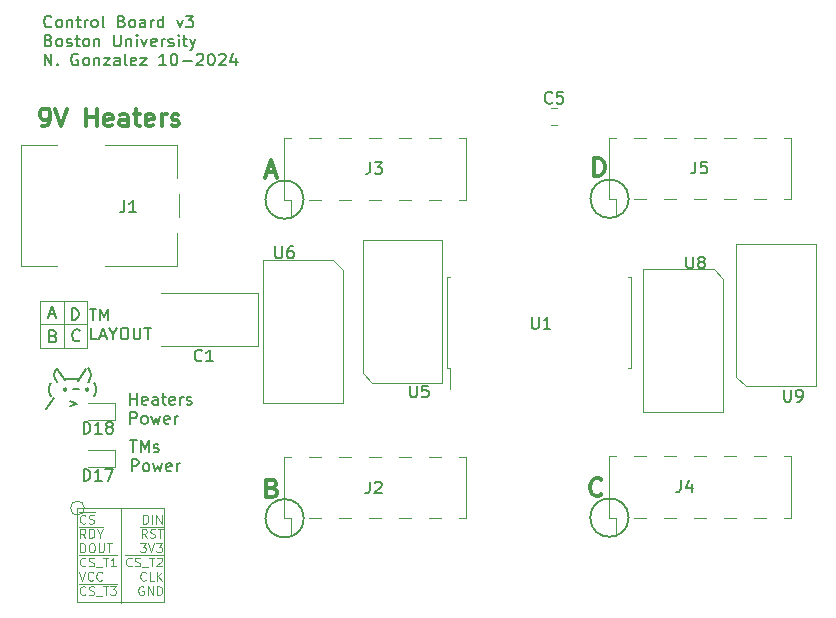
<source format=gbr>
%TF.GenerationSoftware,KiCad,Pcbnew,7.0.7*%
%TF.CreationDate,2024-12-12T20:18:20-05:00*%
%TF.ProjectId,design-files_CB,64657369-676e-42d6-9669-6c65735f4342,rev?*%
%TF.SameCoordinates,Original*%
%TF.FileFunction,Legend,Top*%
%TF.FilePolarity,Positive*%
%FSLAX46Y46*%
G04 Gerber Fmt 4.6, Leading zero omitted, Abs format (unit mm)*
G04 Created by KiCad (PCBNEW 7.0.7) date 2024-12-12 20:18:20*
%MOMM*%
%LPD*%
G01*
G04 APERTURE LIST*
%ADD10C,0.120000*%
%ADD11C,0.150000*%
%ADD12C,0.300000*%
%ADD13C,0.200000*%
%ADD14C,0.112500*%
G04 APERTURE END LIST*
D10*
X20864243Y-58185000D02*
G75*
G03*
X20864243Y-58185000I-594243J0D01*
G01*
X20270000Y-58185000D02*
X27640000Y-58185000D01*
X27640000Y-66175000D01*
X20270000Y-66175000D01*
X20270000Y-58185000D01*
X24000000Y-66185000D02*
X24000000Y-58195000D01*
X17110000Y-40640000D02*
X21110000Y-40640000D01*
X21110000Y-44640000D01*
X17110000Y-44640000D01*
X17110000Y-40640000D01*
D11*
X66931766Y-58991766D02*
G75*
G03*
X66931766Y-58991766I-1621766J0D01*
G01*
X39421766Y-32065000D02*
G75*
G03*
X39421766Y-32065000I-1621766J0D01*
G01*
D10*
X17110000Y-42640000D02*
X21110000Y-42640000D01*
X19110000Y-44640000D02*
X19110000Y-40640000D01*
D11*
X66941766Y-31991766D02*
G75*
G03*
X66941766Y-31991766I-1621766J0D01*
G01*
X39430000Y-59050000D02*
G75*
G03*
X39430000Y-59050000I-1621766J0D01*
G01*
X18231428Y-43611009D02*
X18374285Y-43658628D01*
X18374285Y-43658628D02*
X18421904Y-43706247D01*
X18421904Y-43706247D02*
X18469523Y-43801485D01*
X18469523Y-43801485D02*
X18469523Y-43944342D01*
X18469523Y-43944342D02*
X18421904Y-44039580D01*
X18421904Y-44039580D02*
X18374285Y-44087200D01*
X18374285Y-44087200D02*
X18279047Y-44134819D01*
X18279047Y-44134819D02*
X17898095Y-44134819D01*
X17898095Y-44134819D02*
X17898095Y-43134819D01*
X17898095Y-43134819D02*
X18231428Y-43134819D01*
X18231428Y-43134819D02*
X18326666Y-43182438D01*
X18326666Y-43182438D02*
X18374285Y-43230057D01*
X18374285Y-43230057D02*
X18421904Y-43325295D01*
X18421904Y-43325295D02*
X18421904Y-43420533D01*
X18421904Y-43420533D02*
X18374285Y-43515771D01*
X18374285Y-43515771D02*
X18326666Y-43563390D01*
X18326666Y-43563390D02*
X18231428Y-43611009D01*
X18231428Y-43611009D02*
X17898095Y-43611009D01*
D12*
X64634285Y-57025471D02*
X64562857Y-57096900D01*
X64562857Y-57096900D02*
X64348571Y-57168328D01*
X64348571Y-57168328D02*
X64205714Y-57168328D01*
X64205714Y-57168328D02*
X63991428Y-57096900D01*
X63991428Y-57096900D02*
X63848571Y-56954042D01*
X63848571Y-56954042D02*
X63777142Y-56811185D01*
X63777142Y-56811185D02*
X63705714Y-56525471D01*
X63705714Y-56525471D02*
X63705714Y-56311185D01*
X63705714Y-56311185D02*
X63777142Y-56025471D01*
X63777142Y-56025471D02*
X63848571Y-55882614D01*
X63848571Y-55882614D02*
X63991428Y-55739757D01*
X63991428Y-55739757D02*
X64205714Y-55668328D01*
X64205714Y-55668328D02*
X64348571Y-55668328D01*
X64348571Y-55668328D02*
X64562857Y-55739757D01*
X64562857Y-55739757D02*
X64634285Y-55811185D01*
D11*
X21303922Y-41289819D02*
X21875350Y-41289819D01*
X21589636Y-42289819D02*
X21589636Y-41289819D01*
X22208684Y-42289819D02*
X22208684Y-41289819D01*
X22208684Y-41289819D02*
X22542017Y-42004104D01*
X22542017Y-42004104D02*
X22875350Y-41289819D01*
X22875350Y-41289819D02*
X22875350Y-42289819D01*
X21922969Y-43899819D02*
X21446779Y-43899819D01*
X21446779Y-43899819D02*
X21446779Y-42899819D01*
X22208684Y-43614104D02*
X22684874Y-43614104D01*
X22113446Y-43899819D02*
X22446779Y-42899819D01*
X22446779Y-42899819D02*
X22780112Y-43899819D01*
X23303922Y-43423628D02*
X23303922Y-43899819D01*
X22970589Y-42899819D02*
X23303922Y-43423628D01*
X23303922Y-43423628D02*
X23637255Y-42899819D01*
X24161065Y-42899819D02*
X24351541Y-42899819D01*
X24351541Y-42899819D02*
X24446779Y-42947438D01*
X24446779Y-42947438D02*
X24542017Y-43042676D01*
X24542017Y-43042676D02*
X24589636Y-43233152D01*
X24589636Y-43233152D02*
X24589636Y-43566485D01*
X24589636Y-43566485D02*
X24542017Y-43756961D01*
X24542017Y-43756961D02*
X24446779Y-43852200D01*
X24446779Y-43852200D02*
X24351541Y-43899819D01*
X24351541Y-43899819D02*
X24161065Y-43899819D01*
X24161065Y-43899819D02*
X24065827Y-43852200D01*
X24065827Y-43852200D02*
X23970589Y-43756961D01*
X23970589Y-43756961D02*
X23922970Y-43566485D01*
X23922970Y-43566485D02*
X23922970Y-43233152D01*
X23922970Y-43233152D02*
X23970589Y-43042676D01*
X23970589Y-43042676D02*
X24065827Y-42947438D01*
X24065827Y-42947438D02*
X24161065Y-42899819D01*
X25018208Y-42899819D02*
X25018208Y-43709342D01*
X25018208Y-43709342D02*
X25065827Y-43804580D01*
X25065827Y-43804580D02*
X25113446Y-43852200D01*
X25113446Y-43852200D02*
X25208684Y-43899819D01*
X25208684Y-43899819D02*
X25399160Y-43899819D01*
X25399160Y-43899819D02*
X25494398Y-43852200D01*
X25494398Y-43852200D02*
X25542017Y-43804580D01*
X25542017Y-43804580D02*
X25589636Y-43709342D01*
X25589636Y-43709342D02*
X25589636Y-42899819D01*
X25922970Y-42899819D02*
X26494398Y-42899819D01*
X26208684Y-43899819D02*
X26208684Y-42899819D01*
D12*
X36767142Y-56482614D02*
X36981428Y-56554042D01*
X36981428Y-56554042D02*
X37052857Y-56625471D01*
X37052857Y-56625471D02*
X37124285Y-56768328D01*
X37124285Y-56768328D02*
X37124285Y-56982614D01*
X37124285Y-56982614D02*
X37052857Y-57125471D01*
X37052857Y-57125471D02*
X36981428Y-57196900D01*
X36981428Y-57196900D02*
X36838571Y-57268328D01*
X36838571Y-57268328D02*
X36267142Y-57268328D01*
X36267142Y-57268328D02*
X36267142Y-55768328D01*
X36267142Y-55768328D02*
X36767142Y-55768328D01*
X36767142Y-55768328D02*
X36910000Y-55839757D01*
X36910000Y-55839757D02*
X36981428Y-55911185D01*
X36981428Y-55911185D02*
X37052857Y-56054042D01*
X37052857Y-56054042D02*
X37052857Y-56196900D01*
X37052857Y-56196900D02*
X36981428Y-56339757D01*
X36981428Y-56339757D02*
X36910000Y-56411185D01*
X36910000Y-56411185D02*
X36767142Y-56482614D01*
X36767142Y-56482614D02*
X36267142Y-56482614D01*
D13*
X18071101Y-17396980D02*
X18023482Y-17444600D01*
X18023482Y-17444600D02*
X17880625Y-17492219D01*
X17880625Y-17492219D02*
X17785387Y-17492219D01*
X17785387Y-17492219D02*
X17642530Y-17444600D01*
X17642530Y-17444600D02*
X17547292Y-17349361D01*
X17547292Y-17349361D02*
X17499673Y-17254123D01*
X17499673Y-17254123D02*
X17452054Y-17063647D01*
X17452054Y-17063647D02*
X17452054Y-16920790D01*
X17452054Y-16920790D02*
X17499673Y-16730314D01*
X17499673Y-16730314D02*
X17547292Y-16635076D01*
X17547292Y-16635076D02*
X17642530Y-16539838D01*
X17642530Y-16539838D02*
X17785387Y-16492219D01*
X17785387Y-16492219D02*
X17880625Y-16492219D01*
X17880625Y-16492219D02*
X18023482Y-16539838D01*
X18023482Y-16539838D02*
X18071101Y-16587457D01*
X18642530Y-17492219D02*
X18547292Y-17444600D01*
X18547292Y-17444600D02*
X18499673Y-17396980D01*
X18499673Y-17396980D02*
X18452054Y-17301742D01*
X18452054Y-17301742D02*
X18452054Y-17016028D01*
X18452054Y-17016028D02*
X18499673Y-16920790D01*
X18499673Y-16920790D02*
X18547292Y-16873171D01*
X18547292Y-16873171D02*
X18642530Y-16825552D01*
X18642530Y-16825552D02*
X18785387Y-16825552D01*
X18785387Y-16825552D02*
X18880625Y-16873171D01*
X18880625Y-16873171D02*
X18928244Y-16920790D01*
X18928244Y-16920790D02*
X18975863Y-17016028D01*
X18975863Y-17016028D02*
X18975863Y-17301742D01*
X18975863Y-17301742D02*
X18928244Y-17396980D01*
X18928244Y-17396980D02*
X18880625Y-17444600D01*
X18880625Y-17444600D02*
X18785387Y-17492219D01*
X18785387Y-17492219D02*
X18642530Y-17492219D01*
X19404435Y-16825552D02*
X19404435Y-17492219D01*
X19404435Y-16920790D02*
X19452054Y-16873171D01*
X19452054Y-16873171D02*
X19547292Y-16825552D01*
X19547292Y-16825552D02*
X19690149Y-16825552D01*
X19690149Y-16825552D02*
X19785387Y-16873171D01*
X19785387Y-16873171D02*
X19833006Y-16968409D01*
X19833006Y-16968409D02*
X19833006Y-17492219D01*
X20166340Y-16825552D02*
X20547292Y-16825552D01*
X20309197Y-16492219D02*
X20309197Y-17349361D01*
X20309197Y-17349361D02*
X20356816Y-17444600D01*
X20356816Y-17444600D02*
X20452054Y-17492219D01*
X20452054Y-17492219D02*
X20547292Y-17492219D01*
X20880626Y-17492219D02*
X20880626Y-16825552D01*
X20880626Y-17016028D02*
X20928245Y-16920790D01*
X20928245Y-16920790D02*
X20975864Y-16873171D01*
X20975864Y-16873171D02*
X21071102Y-16825552D01*
X21071102Y-16825552D02*
X21166340Y-16825552D01*
X21642531Y-17492219D02*
X21547293Y-17444600D01*
X21547293Y-17444600D02*
X21499674Y-17396980D01*
X21499674Y-17396980D02*
X21452055Y-17301742D01*
X21452055Y-17301742D02*
X21452055Y-17016028D01*
X21452055Y-17016028D02*
X21499674Y-16920790D01*
X21499674Y-16920790D02*
X21547293Y-16873171D01*
X21547293Y-16873171D02*
X21642531Y-16825552D01*
X21642531Y-16825552D02*
X21785388Y-16825552D01*
X21785388Y-16825552D02*
X21880626Y-16873171D01*
X21880626Y-16873171D02*
X21928245Y-16920790D01*
X21928245Y-16920790D02*
X21975864Y-17016028D01*
X21975864Y-17016028D02*
X21975864Y-17301742D01*
X21975864Y-17301742D02*
X21928245Y-17396980D01*
X21928245Y-17396980D02*
X21880626Y-17444600D01*
X21880626Y-17444600D02*
X21785388Y-17492219D01*
X21785388Y-17492219D02*
X21642531Y-17492219D01*
X22547293Y-17492219D02*
X22452055Y-17444600D01*
X22452055Y-17444600D02*
X22404436Y-17349361D01*
X22404436Y-17349361D02*
X22404436Y-16492219D01*
X24023484Y-16968409D02*
X24166341Y-17016028D01*
X24166341Y-17016028D02*
X24213960Y-17063647D01*
X24213960Y-17063647D02*
X24261579Y-17158885D01*
X24261579Y-17158885D02*
X24261579Y-17301742D01*
X24261579Y-17301742D02*
X24213960Y-17396980D01*
X24213960Y-17396980D02*
X24166341Y-17444600D01*
X24166341Y-17444600D02*
X24071103Y-17492219D01*
X24071103Y-17492219D02*
X23690151Y-17492219D01*
X23690151Y-17492219D02*
X23690151Y-16492219D01*
X23690151Y-16492219D02*
X24023484Y-16492219D01*
X24023484Y-16492219D02*
X24118722Y-16539838D01*
X24118722Y-16539838D02*
X24166341Y-16587457D01*
X24166341Y-16587457D02*
X24213960Y-16682695D01*
X24213960Y-16682695D02*
X24213960Y-16777933D01*
X24213960Y-16777933D02*
X24166341Y-16873171D01*
X24166341Y-16873171D02*
X24118722Y-16920790D01*
X24118722Y-16920790D02*
X24023484Y-16968409D01*
X24023484Y-16968409D02*
X23690151Y-16968409D01*
X24833008Y-17492219D02*
X24737770Y-17444600D01*
X24737770Y-17444600D02*
X24690151Y-17396980D01*
X24690151Y-17396980D02*
X24642532Y-17301742D01*
X24642532Y-17301742D02*
X24642532Y-17016028D01*
X24642532Y-17016028D02*
X24690151Y-16920790D01*
X24690151Y-16920790D02*
X24737770Y-16873171D01*
X24737770Y-16873171D02*
X24833008Y-16825552D01*
X24833008Y-16825552D02*
X24975865Y-16825552D01*
X24975865Y-16825552D02*
X25071103Y-16873171D01*
X25071103Y-16873171D02*
X25118722Y-16920790D01*
X25118722Y-16920790D02*
X25166341Y-17016028D01*
X25166341Y-17016028D02*
X25166341Y-17301742D01*
X25166341Y-17301742D02*
X25118722Y-17396980D01*
X25118722Y-17396980D02*
X25071103Y-17444600D01*
X25071103Y-17444600D02*
X24975865Y-17492219D01*
X24975865Y-17492219D02*
X24833008Y-17492219D01*
X26023484Y-17492219D02*
X26023484Y-16968409D01*
X26023484Y-16968409D02*
X25975865Y-16873171D01*
X25975865Y-16873171D02*
X25880627Y-16825552D01*
X25880627Y-16825552D02*
X25690151Y-16825552D01*
X25690151Y-16825552D02*
X25594913Y-16873171D01*
X26023484Y-17444600D02*
X25928246Y-17492219D01*
X25928246Y-17492219D02*
X25690151Y-17492219D01*
X25690151Y-17492219D02*
X25594913Y-17444600D01*
X25594913Y-17444600D02*
X25547294Y-17349361D01*
X25547294Y-17349361D02*
X25547294Y-17254123D01*
X25547294Y-17254123D02*
X25594913Y-17158885D01*
X25594913Y-17158885D02*
X25690151Y-17111266D01*
X25690151Y-17111266D02*
X25928246Y-17111266D01*
X25928246Y-17111266D02*
X26023484Y-17063647D01*
X26499675Y-17492219D02*
X26499675Y-16825552D01*
X26499675Y-17016028D02*
X26547294Y-16920790D01*
X26547294Y-16920790D02*
X26594913Y-16873171D01*
X26594913Y-16873171D02*
X26690151Y-16825552D01*
X26690151Y-16825552D02*
X26785389Y-16825552D01*
X27547294Y-17492219D02*
X27547294Y-16492219D01*
X27547294Y-17444600D02*
X27452056Y-17492219D01*
X27452056Y-17492219D02*
X27261580Y-17492219D01*
X27261580Y-17492219D02*
X27166342Y-17444600D01*
X27166342Y-17444600D02*
X27118723Y-17396980D01*
X27118723Y-17396980D02*
X27071104Y-17301742D01*
X27071104Y-17301742D02*
X27071104Y-17016028D01*
X27071104Y-17016028D02*
X27118723Y-16920790D01*
X27118723Y-16920790D02*
X27166342Y-16873171D01*
X27166342Y-16873171D02*
X27261580Y-16825552D01*
X27261580Y-16825552D02*
X27452056Y-16825552D01*
X27452056Y-16825552D02*
X27547294Y-16873171D01*
X28690152Y-16825552D02*
X28928247Y-17492219D01*
X28928247Y-17492219D02*
X29166342Y-16825552D01*
X29452057Y-16492219D02*
X30071104Y-16492219D01*
X30071104Y-16492219D02*
X29737771Y-16873171D01*
X29737771Y-16873171D02*
X29880628Y-16873171D01*
X29880628Y-16873171D02*
X29975866Y-16920790D01*
X29975866Y-16920790D02*
X30023485Y-16968409D01*
X30023485Y-16968409D02*
X30071104Y-17063647D01*
X30071104Y-17063647D02*
X30071104Y-17301742D01*
X30071104Y-17301742D02*
X30023485Y-17396980D01*
X30023485Y-17396980D02*
X29975866Y-17444600D01*
X29975866Y-17444600D02*
X29880628Y-17492219D01*
X29880628Y-17492219D02*
X29594914Y-17492219D01*
X29594914Y-17492219D02*
X29499676Y-17444600D01*
X29499676Y-17444600D02*
X29452057Y-17396980D01*
X17833006Y-18578409D02*
X17975863Y-18626028D01*
X17975863Y-18626028D02*
X18023482Y-18673647D01*
X18023482Y-18673647D02*
X18071101Y-18768885D01*
X18071101Y-18768885D02*
X18071101Y-18911742D01*
X18071101Y-18911742D02*
X18023482Y-19006980D01*
X18023482Y-19006980D02*
X17975863Y-19054600D01*
X17975863Y-19054600D02*
X17880625Y-19102219D01*
X17880625Y-19102219D02*
X17499673Y-19102219D01*
X17499673Y-19102219D02*
X17499673Y-18102219D01*
X17499673Y-18102219D02*
X17833006Y-18102219D01*
X17833006Y-18102219D02*
X17928244Y-18149838D01*
X17928244Y-18149838D02*
X17975863Y-18197457D01*
X17975863Y-18197457D02*
X18023482Y-18292695D01*
X18023482Y-18292695D02*
X18023482Y-18387933D01*
X18023482Y-18387933D02*
X17975863Y-18483171D01*
X17975863Y-18483171D02*
X17928244Y-18530790D01*
X17928244Y-18530790D02*
X17833006Y-18578409D01*
X17833006Y-18578409D02*
X17499673Y-18578409D01*
X18642530Y-19102219D02*
X18547292Y-19054600D01*
X18547292Y-19054600D02*
X18499673Y-19006980D01*
X18499673Y-19006980D02*
X18452054Y-18911742D01*
X18452054Y-18911742D02*
X18452054Y-18626028D01*
X18452054Y-18626028D02*
X18499673Y-18530790D01*
X18499673Y-18530790D02*
X18547292Y-18483171D01*
X18547292Y-18483171D02*
X18642530Y-18435552D01*
X18642530Y-18435552D02*
X18785387Y-18435552D01*
X18785387Y-18435552D02*
X18880625Y-18483171D01*
X18880625Y-18483171D02*
X18928244Y-18530790D01*
X18928244Y-18530790D02*
X18975863Y-18626028D01*
X18975863Y-18626028D02*
X18975863Y-18911742D01*
X18975863Y-18911742D02*
X18928244Y-19006980D01*
X18928244Y-19006980D02*
X18880625Y-19054600D01*
X18880625Y-19054600D02*
X18785387Y-19102219D01*
X18785387Y-19102219D02*
X18642530Y-19102219D01*
X19356816Y-19054600D02*
X19452054Y-19102219D01*
X19452054Y-19102219D02*
X19642530Y-19102219D01*
X19642530Y-19102219D02*
X19737768Y-19054600D01*
X19737768Y-19054600D02*
X19785387Y-18959361D01*
X19785387Y-18959361D02*
X19785387Y-18911742D01*
X19785387Y-18911742D02*
X19737768Y-18816504D01*
X19737768Y-18816504D02*
X19642530Y-18768885D01*
X19642530Y-18768885D02*
X19499673Y-18768885D01*
X19499673Y-18768885D02*
X19404435Y-18721266D01*
X19404435Y-18721266D02*
X19356816Y-18626028D01*
X19356816Y-18626028D02*
X19356816Y-18578409D01*
X19356816Y-18578409D02*
X19404435Y-18483171D01*
X19404435Y-18483171D02*
X19499673Y-18435552D01*
X19499673Y-18435552D02*
X19642530Y-18435552D01*
X19642530Y-18435552D02*
X19737768Y-18483171D01*
X20071102Y-18435552D02*
X20452054Y-18435552D01*
X20213959Y-18102219D02*
X20213959Y-18959361D01*
X20213959Y-18959361D02*
X20261578Y-19054600D01*
X20261578Y-19054600D02*
X20356816Y-19102219D01*
X20356816Y-19102219D02*
X20452054Y-19102219D01*
X20928245Y-19102219D02*
X20833007Y-19054600D01*
X20833007Y-19054600D02*
X20785388Y-19006980D01*
X20785388Y-19006980D02*
X20737769Y-18911742D01*
X20737769Y-18911742D02*
X20737769Y-18626028D01*
X20737769Y-18626028D02*
X20785388Y-18530790D01*
X20785388Y-18530790D02*
X20833007Y-18483171D01*
X20833007Y-18483171D02*
X20928245Y-18435552D01*
X20928245Y-18435552D02*
X21071102Y-18435552D01*
X21071102Y-18435552D02*
X21166340Y-18483171D01*
X21166340Y-18483171D02*
X21213959Y-18530790D01*
X21213959Y-18530790D02*
X21261578Y-18626028D01*
X21261578Y-18626028D02*
X21261578Y-18911742D01*
X21261578Y-18911742D02*
X21213959Y-19006980D01*
X21213959Y-19006980D02*
X21166340Y-19054600D01*
X21166340Y-19054600D02*
X21071102Y-19102219D01*
X21071102Y-19102219D02*
X20928245Y-19102219D01*
X21690150Y-18435552D02*
X21690150Y-19102219D01*
X21690150Y-18530790D02*
X21737769Y-18483171D01*
X21737769Y-18483171D02*
X21833007Y-18435552D01*
X21833007Y-18435552D02*
X21975864Y-18435552D01*
X21975864Y-18435552D02*
X22071102Y-18483171D01*
X22071102Y-18483171D02*
X22118721Y-18578409D01*
X22118721Y-18578409D02*
X22118721Y-19102219D01*
X23356817Y-18102219D02*
X23356817Y-18911742D01*
X23356817Y-18911742D02*
X23404436Y-19006980D01*
X23404436Y-19006980D02*
X23452055Y-19054600D01*
X23452055Y-19054600D02*
X23547293Y-19102219D01*
X23547293Y-19102219D02*
X23737769Y-19102219D01*
X23737769Y-19102219D02*
X23833007Y-19054600D01*
X23833007Y-19054600D02*
X23880626Y-19006980D01*
X23880626Y-19006980D02*
X23928245Y-18911742D01*
X23928245Y-18911742D02*
X23928245Y-18102219D01*
X24404436Y-18435552D02*
X24404436Y-19102219D01*
X24404436Y-18530790D02*
X24452055Y-18483171D01*
X24452055Y-18483171D02*
X24547293Y-18435552D01*
X24547293Y-18435552D02*
X24690150Y-18435552D01*
X24690150Y-18435552D02*
X24785388Y-18483171D01*
X24785388Y-18483171D02*
X24833007Y-18578409D01*
X24833007Y-18578409D02*
X24833007Y-19102219D01*
X25309198Y-19102219D02*
X25309198Y-18435552D01*
X25309198Y-18102219D02*
X25261579Y-18149838D01*
X25261579Y-18149838D02*
X25309198Y-18197457D01*
X25309198Y-18197457D02*
X25356817Y-18149838D01*
X25356817Y-18149838D02*
X25309198Y-18102219D01*
X25309198Y-18102219D02*
X25309198Y-18197457D01*
X25690150Y-18435552D02*
X25928245Y-19102219D01*
X25928245Y-19102219D02*
X26166340Y-18435552D01*
X26928245Y-19054600D02*
X26833007Y-19102219D01*
X26833007Y-19102219D02*
X26642531Y-19102219D01*
X26642531Y-19102219D02*
X26547293Y-19054600D01*
X26547293Y-19054600D02*
X26499674Y-18959361D01*
X26499674Y-18959361D02*
X26499674Y-18578409D01*
X26499674Y-18578409D02*
X26547293Y-18483171D01*
X26547293Y-18483171D02*
X26642531Y-18435552D01*
X26642531Y-18435552D02*
X26833007Y-18435552D01*
X26833007Y-18435552D02*
X26928245Y-18483171D01*
X26928245Y-18483171D02*
X26975864Y-18578409D01*
X26975864Y-18578409D02*
X26975864Y-18673647D01*
X26975864Y-18673647D02*
X26499674Y-18768885D01*
X27404436Y-19102219D02*
X27404436Y-18435552D01*
X27404436Y-18626028D02*
X27452055Y-18530790D01*
X27452055Y-18530790D02*
X27499674Y-18483171D01*
X27499674Y-18483171D02*
X27594912Y-18435552D01*
X27594912Y-18435552D02*
X27690150Y-18435552D01*
X27975865Y-19054600D02*
X28071103Y-19102219D01*
X28071103Y-19102219D02*
X28261579Y-19102219D01*
X28261579Y-19102219D02*
X28356817Y-19054600D01*
X28356817Y-19054600D02*
X28404436Y-18959361D01*
X28404436Y-18959361D02*
X28404436Y-18911742D01*
X28404436Y-18911742D02*
X28356817Y-18816504D01*
X28356817Y-18816504D02*
X28261579Y-18768885D01*
X28261579Y-18768885D02*
X28118722Y-18768885D01*
X28118722Y-18768885D02*
X28023484Y-18721266D01*
X28023484Y-18721266D02*
X27975865Y-18626028D01*
X27975865Y-18626028D02*
X27975865Y-18578409D01*
X27975865Y-18578409D02*
X28023484Y-18483171D01*
X28023484Y-18483171D02*
X28118722Y-18435552D01*
X28118722Y-18435552D02*
X28261579Y-18435552D01*
X28261579Y-18435552D02*
X28356817Y-18483171D01*
X28833008Y-19102219D02*
X28833008Y-18435552D01*
X28833008Y-18102219D02*
X28785389Y-18149838D01*
X28785389Y-18149838D02*
X28833008Y-18197457D01*
X28833008Y-18197457D02*
X28880627Y-18149838D01*
X28880627Y-18149838D02*
X28833008Y-18102219D01*
X28833008Y-18102219D02*
X28833008Y-18197457D01*
X29166341Y-18435552D02*
X29547293Y-18435552D01*
X29309198Y-18102219D02*
X29309198Y-18959361D01*
X29309198Y-18959361D02*
X29356817Y-19054600D01*
X29356817Y-19054600D02*
X29452055Y-19102219D01*
X29452055Y-19102219D02*
X29547293Y-19102219D01*
X29785389Y-18435552D02*
X30023484Y-19102219D01*
X30261579Y-18435552D02*
X30023484Y-19102219D01*
X30023484Y-19102219D02*
X29928246Y-19340314D01*
X29928246Y-19340314D02*
X29880627Y-19387933D01*
X29880627Y-19387933D02*
X29785389Y-19435552D01*
X17499673Y-20712219D02*
X17499673Y-19712219D01*
X17499673Y-19712219D02*
X18071101Y-20712219D01*
X18071101Y-20712219D02*
X18071101Y-19712219D01*
X18547292Y-20616980D02*
X18594911Y-20664600D01*
X18594911Y-20664600D02*
X18547292Y-20712219D01*
X18547292Y-20712219D02*
X18499673Y-20664600D01*
X18499673Y-20664600D02*
X18547292Y-20616980D01*
X18547292Y-20616980D02*
X18547292Y-20712219D01*
X20309196Y-19759838D02*
X20213958Y-19712219D01*
X20213958Y-19712219D02*
X20071101Y-19712219D01*
X20071101Y-19712219D02*
X19928244Y-19759838D01*
X19928244Y-19759838D02*
X19833006Y-19855076D01*
X19833006Y-19855076D02*
X19785387Y-19950314D01*
X19785387Y-19950314D02*
X19737768Y-20140790D01*
X19737768Y-20140790D02*
X19737768Y-20283647D01*
X19737768Y-20283647D02*
X19785387Y-20474123D01*
X19785387Y-20474123D02*
X19833006Y-20569361D01*
X19833006Y-20569361D02*
X19928244Y-20664600D01*
X19928244Y-20664600D02*
X20071101Y-20712219D01*
X20071101Y-20712219D02*
X20166339Y-20712219D01*
X20166339Y-20712219D02*
X20309196Y-20664600D01*
X20309196Y-20664600D02*
X20356815Y-20616980D01*
X20356815Y-20616980D02*
X20356815Y-20283647D01*
X20356815Y-20283647D02*
X20166339Y-20283647D01*
X20928244Y-20712219D02*
X20833006Y-20664600D01*
X20833006Y-20664600D02*
X20785387Y-20616980D01*
X20785387Y-20616980D02*
X20737768Y-20521742D01*
X20737768Y-20521742D02*
X20737768Y-20236028D01*
X20737768Y-20236028D02*
X20785387Y-20140790D01*
X20785387Y-20140790D02*
X20833006Y-20093171D01*
X20833006Y-20093171D02*
X20928244Y-20045552D01*
X20928244Y-20045552D02*
X21071101Y-20045552D01*
X21071101Y-20045552D02*
X21166339Y-20093171D01*
X21166339Y-20093171D02*
X21213958Y-20140790D01*
X21213958Y-20140790D02*
X21261577Y-20236028D01*
X21261577Y-20236028D02*
X21261577Y-20521742D01*
X21261577Y-20521742D02*
X21213958Y-20616980D01*
X21213958Y-20616980D02*
X21166339Y-20664600D01*
X21166339Y-20664600D02*
X21071101Y-20712219D01*
X21071101Y-20712219D02*
X20928244Y-20712219D01*
X21690149Y-20045552D02*
X21690149Y-20712219D01*
X21690149Y-20140790D02*
X21737768Y-20093171D01*
X21737768Y-20093171D02*
X21833006Y-20045552D01*
X21833006Y-20045552D02*
X21975863Y-20045552D01*
X21975863Y-20045552D02*
X22071101Y-20093171D01*
X22071101Y-20093171D02*
X22118720Y-20188409D01*
X22118720Y-20188409D02*
X22118720Y-20712219D01*
X22499673Y-20045552D02*
X23023482Y-20045552D01*
X23023482Y-20045552D02*
X22499673Y-20712219D01*
X22499673Y-20712219D02*
X23023482Y-20712219D01*
X23833006Y-20712219D02*
X23833006Y-20188409D01*
X23833006Y-20188409D02*
X23785387Y-20093171D01*
X23785387Y-20093171D02*
X23690149Y-20045552D01*
X23690149Y-20045552D02*
X23499673Y-20045552D01*
X23499673Y-20045552D02*
X23404435Y-20093171D01*
X23833006Y-20664600D02*
X23737768Y-20712219D01*
X23737768Y-20712219D02*
X23499673Y-20712219D01*
X23499673Y-20712219D02*
X23404435Y-20664600D01*
X23404435Y-20664600D02*
X23356816Y-20569361D01*
X23356816Y-20569361D02*
X23356816Y-20474123D01*
X23356816Y-20474123D02*
X23404435Y-20378885D01*
X23404435Y-20378885D02*
X23499673Y-20331266D01*
X23499673Y-20331266D02*
X23737768Y-20331266D01*
X23737768Y-20331266D02*
X23833006Y-20283647D01*
X24452054Y-20712219D02*
X24356816Y-20664600D01*
X24356816Y-20664600D02*
X24309197Y-20569361D01*
X24309197Y-20569361D02*
X24309197Y-19712219D01*
X25213959Y-20664600D02*
X25118721Y-20712219D01*
X25118721Y-20712219D02*
X24928245Y-20712219D01*
X24928245Y-20712219D02*
X24833007Y-20664600D01*
X24833007Y-20664600D02*
X24785388Y-20569361D01*
X24785388Y-20569361D02*
X24785388Y-20188409D01*
X24785388Y-20188409D02*
X24833007Y-20093171D01*
X24833007Y-20093171D02*
X24928245Y-20045552D01*
X24928245Y-20045552D02*
X25118721Y-20045552D01*
X25118721Y-20045552D02*
X25213959Y-20093171D01*
X25213959Y-20093171D02*
X25261578Y-20188409D01*
X25261578Y-20188409D02*
X25261578Y-20283647D01*
X25261578Y-20283647D02*
X24785388Y-20378885D01*
X25594912Y-20045552D02*
X26118721Y-20045552D01*
X26118721Y-20045552D02*
X25594912Y-20712219D01*
X25594912Y-20712219D02*
X26118721Y-20712219D01*
X27785388Y-20712219D02*
X27213960Y-20712219D01*
X27499674Y-20712219D02*
X27499674Y-19712219D01*
X27499674Y-19712219D02*
X27404436Y-19855076D01*
X27404436Y-19855076D02*
X27309198Y-19950314D01*
X27309198Y-19950314D02*
X27213960Y-19997933D01*
X28404436Y-19712219D02*
X28499674Y-19712219D01*
X28499674Y-19712219D02*
X28594912Y-19759838D01*
X28594912Y-19759838D02*
X28642531Y-19807457D01*
X28642531Y-19807457D02*
X28690150Y-19902695D01*
X28690150Y-19902695D02*
X28737769Y-20093171D01*
X28737769Y-20093171D02*
X28737769Y-20331266D01*
X28737769Y-20331266D02*
X28690150Y-20521742D01*
X28690150Y-20521742D02*
X28642531Y-20616980D01*
X28642531Y-20616980D02*
X28594912Y-20664600D01*
X28594912Y-20664600D02*
X28499674Y-20712219D01*
X28499674Y-20712219D02*
X28404436Y-20712219D01*
X28404436Y-20712219D02*
X28309198Y-20664600D01*
X28309198Y-20664600D02*
X28261579Y-20616980D01*
X28261579Y-20616980D02*
X28213960Y-20521742D01*
X28213960Y-20521742D02*
X28166341Y-20331266D01*
X28166341Y-20331266D02*
X28166341Y-20093171D01*
X28166341Y-20093171D02*
X28213960Y-19902695D01*
X28213960Y-19902695D02*
X28261579Y-19807457D01*
X28261579Y-19807457D02*
X28309198Y-19759838D01*
X28309198Y-19759838D02*
X28404436Y-19712219D01*
X29166341Y-20331266D02*
X29928246Y-20331266D01*
X30356817Y-19807457D02*
X30404436Y-19759838D01*
X30404436Y-19759838D02*
X30499674Y-19712219D01*
X30499674Y-19712219D02*
X30737769Y-19712219D01*
X30737769Y-19712219D02*
X30833007Y-19759838D01*
X30833007Y-19759838D02*
X30880626Y-19807457D01*
X30880626Y-19807457D02*
X30928245Y-19902695D01*
X30928245Y-19902695D02*
X30928245Y-19997933D01*
X30928245Y-19997933D02*
X30880626Y-20140790D01*
X30880626Y-20140790D02*
X30309198Y-20712219D01*
X30309198Y-20712219D02*
X30928245Y-20712219D01*
X31547293Y-19712219D02*
X31642531Y-19712219D01*
X31642531Y-19712219D02*
X31737769Y-19759838D01*
X31737769Y-19759838D02*
X31785388Y-19807457D01*
X31785388Y-19807457D02*
X31833007Y-19902695D01*
X31833007Y-19902695D02*
X31880626Y-20093171D01*
X31880626Y-20093171D02*
X31880626Y-20331266D01*
X31880626Y-20331266D02*
X31833007Y-20521742D01*
X31833007Y-20521742D02*
X31785388Y-20616980D01*
X31785388Y-20616980D02*
X31737769Y-20664600D01*
X31737769Y-20664600D02*
X31642531Y-20712219D01*
X31642531Y-20712219D02*
X31547293Y-20712219D01*
X31547293Y-20712219D02*
X31452055Y-20664600D01*
X31452055Y-20664600D02*
X31404436Y-20616980D01*
X31404436Y-20616980D02*
X31356817Y-20521742D01*
X31356817Y-20521742D02*
X31309198Y-20331266D01*
X31309198Y-20331266D02*
X31309198Y-20093171D01*
X31309198Y-20093171D02*
X31356817Y-19902695D01*
X31356817Y-19902695D02*
X31404436Y-19807457D01*
X31404436Y-19807457D02*
X31452055Y-19759838D01*
X31452055Y-19759838D02*
X31547293Y-19712219D01*
X32261579Y-19807457D02*
X32309198Y-19759838D01*
X32309198Y-19759838D02*
X32404436Y-19712219D01*
X32404436Y-19712219D02*
X32642531Y-19712219D01*
X32642531Y-19712219D02*
X32737769Y-19759838D01*
X32737769Y-19759838D02*
X32785388Y-19807457D01*
X32785388Y-19807457D02*
X32833007Y-19902695D01*
X32833007Y-19902695D02*
X32833007Y-19997933D01*
X32833007Y-19997933D02*
X32785388Y-20140790D01*
X32785388Y-20140790D02*
X32213960Y-20712219D01*
X32213960Y-20712219D02*
X32833007Y-20712219D01*
X33690150Y-20045552D02*
X33690150Y-20712219D01*
X33452055Y-19664600D02*
X33213960Y-20378885D01*
X33213960Y-20378885D02*
X33833007Y-20378885D01*
D14*
X25851701Y-59502364D02*
X25851701Y-58752364D01*
X25851701Y-58752364D02*
X26030272Y-58752364D01*
X26030272Y-58752364D02*
X26137415Y-58788078D01*
X26137415Y-58788078D02*
X26208844Y-58859507D01*
X26208844Y-58859507D02*
X26244558Y-58930935D01*
X26244558Y-58930935D02*
X26280272Y-59073792D01*
X26280272Y-59073792D02*
X26280272Y-59180935D01*
X26280272Y-59180935D02*
X26244558Y-59323792D01*
X26244558Y-59323792D02*
X26208844Y-59395221D01*
X26208844Y-59395221D02*
X26137415Y-59466650D01*
X26137415Y-59466650D02*
X26030272Y-59502364D01*
X26030272Y-59502364D02*
X25851701Y-59502364D01*
X26601701Y-59502364D02*
X26601701Y-58752364D01*
X26958844Y-59502364D02*
X26958844Y-58752364D01*
X26958844Y-58752364D02*
X27387415Y-59502364D01*
X27387415Y-59502364D02*
X27387415Y-58752364D01*
X26137414Y-60709864D02*
X25887414Y-60352721D01*
X25708843Y-60709864D02*
X25708843Y-59959864D01*
X25708843Y-59959864D02*
X25994557Y-59959864D01*
X25994557Y-59959864D02*
X26065986Y-59995578D01*
X26065986Y-59995578D02*
X26101700Y-60031292D01*
X26101700Y-60031292D02*
X26137414Y-60102721D01*
X26137414Y-60102721D02*
X26137414Y-60209864D01*
X26137414Y-60209864D02*
X26101700Y-60281292D01*
X26101700Y-60281292D02*
X26065986Y-60317007D01*
X26065986Y-60317007D02*
X25994557Y-60352721D01*
X25994557Y-60352721D02*
X25708843Y-60352721D01*
X26423129Y-60674150D02*
X26530272Y-60709864D01*
X26530272Y-60709864D02*
X26708843Y-60709864D01*
X26708843Y-60709864D02*
X26780272Y-60674150D01*
X26780272Y-60674150D02*
X26815986Y-60638435D01*
X26815986Y-60638435D02*
X26851700Y-60567007D01*
X26851700Y-60567007D02*
X26851700Y-60495578D01*
X26851700Y-60495578D02*
X26815986Y-60424150D01*
X26815986Y-60424150D02*
X26780272Y-60388435D01*
X26780272Y-60388435D02*
X26708843Y-60352721D01*
X26708843Y-60352721D02*
X26565986Y-60317007D01*
X26565986Y-60317007D02*
X26494557Y-60281292D01*
X26494557Y-60281292D02*
X26458843Y-60245578D01*
X26458843Y-60245578D02*
X26423129Y-60174150D01*
X26423129Y-60174150D02*
X26423129Y-60102721D01*
X26423129Y-60102721D02*
X26458843Y-60031292D01*
X26458843Y-60031292D02*
X26494557Y-59995578D01*
X26494557Y-59995578D02*
X26565986Y-59959864D01*
X26565986Y-59959864D02*
X26744557Y-59959864D01*
X26744557Y-59959864D02*
X26851700Y-59995578D01*
X27065986Y-59959864D02*
X27494558Y-59959864D01*
X27280272Y-60709864D02*
X27280272Y-59959864D01*
X25605272Y-59751650D02*
X27490987Y-59751650D01*
X25601700Y-61167364D02*
X26065986Y-61167364D01*
X26065986Y-61167364D02*
X25815986Y-61453078D01*
X25815986Y-61453078D02*
X25923129Y-61453078D01*
X25923129Y-61453078D02*
X25994558Y-61488792D01*
X25994558Y-61488792D02*
X26030272Y-61524507D01*
X26030272Y-61524507D02*
X26065986Y-61595935D01*
X26065986Y-61595935D02*
X26065986Y-61774507D01*
X26065986Y-61774507D02*
X26030272Y-61845935D01*
X26030272Y-61845935D02*
X25994558Y-61881650D01*
X25994558Y-61881650D02*
X25923129Y-61917364D01*
X25923129Y-61917364D02*
X25708843Y-61917364D01*
X25708843Y-61917364D02*
X25637415Y-61881650D01*
X25637415Y-61881650D02*
X25601700Y-61845935D01*
X26280272Y-61167364D02*
X26530272Y-61917364D01*
X26530272Y-61917364D02*
X26780272Y-61167364D01*
X26958843Y-61167364D02*
X27423129Y-61167364D01*
X27423129Y-61167364D02*
X27173129Y-61453078D01*
X27173129Y-61453078D02*
X27280272Y-61453078D01*
X27280272Y-61453078D02*
X27351701Y-61488792D01*
X27351701Y-61488792D02*
X27387415Y-61524507D01*
X27387415Y-61524507D02*
X27423129Y-61595935D01*
X27423129Y-61595935D02*
X27423129Y-61774507D01*
X27423129Y-61774507D02*
X27387415Y-61845935D01*
X27387415Y-61845935D02*
X27351701Y-61881650D01*
X27351701Y-61881650D02*
X27280272Y-61917364D01*
X27280272Y-61917364D02*
X27065986Y-61917364D01*
X27065986Y-61917364D02*
X26994558Y-61881650D01*
X26994558Y-61881650D02*
X26958843Y-61845935D01*
X24851699Y-63053435D02*
X24815985Y-63089150D01*
X24815985Y-63089150D02*
X24708842Y-63124864D01*
X24708842Y-63124864D02*
X24637414Y-63124864D01*
X24637414Y-63124864D02*
X24530271Y-63089150D01*
X24530271Y-63089150D02*
X24458842Y-63017721D01*
X24458842Y-63017721D02*
X24423128Y-62946292D01*
X24423128Y-62946292D02*
X24387414Y-62803435D01*
X24387414Y-62803435D02*
X24387414Y-62696292D01*
X24387414Y-62696292D02*
X24423128Y-62553435D01*
X24423128Y-62553435D02*
X24458842Y-62482007D01*
X24458842Y-62482007D02*
X24530271Y-62410578D01*
X24530271Y-62410578D02*
X24637414Y-62374864D01*
X24637414Y-62374864D02*
X24708842Y-62374864D01*
X24708842Y-62374864D02*
X24815985Y-62410578D01*
X24815985Y-62410578D02*
X24851699Y-62446292D01*
X25137414Y-63089150D02*
X25244557Y-63124864D01*
X25244557Y-63124864D02*
X25423128Y-63124864D01*
X25423128Y-63124864D02*
X25494557Y-63089150D01*
X25494557Y-63089150D02*
X25530271Y-63053435D01*
X25530271Y-63053435D02*
X25565985Y-62982007D01*
X25565985Y-62982007D02*
X25565985Y-62910578D01*
X25565985Y-62910578D02*
X25530271Y-62839150D01*
X25530271Y-62839150D02*
X25494557Y-62803435D01*
X25494557Y-62803435D02*
X25423128Y-62767721D01*
X25423128Y-62767721D02*
X25280271Y-62732007D01*
X25280271Y-62732007D02*
X25208842Y-62696292D01*
X25208842Y-62696292D02*
X25173128Y-62660578D01*
X25173128Y-62660578D02*
X25137414Y-62589150D01*
X25137414Y-62589150D02*
X25137414Y-62517721D01*
X25137414Y-62517721D02*
X25173128Y-62446292D01*
X25173128Y-62446292D02*
X25208842Y-62410578D01*
X25208842Y-62410578D02*
X25280271Y-62374864D01*
X25280271Y-62374864D02*
X25458842Y-62374864D01*
X25458842Y-62374864D02*
X25565985Y-62410578D01*
X25708843Y-63196292D02*
X26280271Y-63196292D01*
X26351700Y-62374864D02*
X26780272Y-62374864D01*
X26565986Y-63124864D02*
X26565986Y-62374864D01*
X26994558Y-62446292D02*
X27030272Y-62410578D01*
X27030272Y-62410578D02*
X27101701Y-62374864D01*
X27101701Y-62374864D02*
X27280272Y-62374864D01*
X27280272Y-62374864D02*
X27351701Y-62410578D01*
X27351701Y-62410578D02*
X27387415Y-62446292D01*
X27387415Y-62446292D02*
X27423129Y-62517721D01*
X27423129Y-62517721D02*
X27423129Y-62589150D01*
X27423129Y-62589150D02*
X27387415Y-62696292D01*
X27387415Y-62696292D02*
X26958843Y-63124864D01*
X26958843Y-63124864D02*
X27423129Y-63124864D01*
X24319557Y-62166650D02*
X27490987Y-62166650D01*
X26065986Y-64260935D02*
X26030272Y-64296650D01*
X26030272Y-64296650D02*
X25923129Y-64332364D01*
X25923129Y-64332364D02*
X25851701Y-64332364D01*
X25851701Y-64332364D02*
X25744558Y-64296650D01*
X25744558Y-64296650D02*
X25673129Y-64225221D01*
X25673129Y-64225221D02*
X25637415Y-64153792D01*
X25637415Y-64153792D02*
X25601701Y-64010935D01*
X25601701Y-64010935D02*
X25601701Y-63903792D01*
X25601701Y-63903792D02*
X25637415Y-63760935D01*
X25637415Y-63760935D02*
X25673129Y-63689507D01*
X25673129Y-63689507D02*
X25744558Y-63618078D01*
X25744558Y-63618078D02*
X25851701Y-63582364D01*
X25851701Y-63582364D02*
X25923129Y-63582364D01*
X25923129Y-63582364D02*
X26030272Y-63618078D01*
X26030272Y-63618078D02*
X26065986Y-63653792D01*
X26744558Y-64332364D02*
X26387415Y-64332364D01*
X26387415Y-64332364D02*
X26387415Y-63582364D01*
X26994558Y-64332364D02*
X26994558Y-63582364D01*
X27423129Y-64332364D02*
X27101701Y-63903792D01*
X27423129Y-63582364D02*
X26994558Y-64010935D01*
X25851701Y-64825578D02*
X25780273Y-64789864D01*
X25780273Y-64789864D02*
X25673130Y-64789864D01*
X25673130Y-64789864D02*
X25565987Y-64825578D01*
X25565987Y-64825578D02*
X25494558Y-64897007D01*
X25494558Y-64897007D02*
X25458844Y-64968435D01*
X25458844Y-64968435D02*
X25423130Y-65111292D01*
X25423130Y-65111292D02*
X25423130Y-65218435D01*
X25423130Y-65218435D02*
X25458844Y-65361292D01*
X25458844Y-65361292D02*
X25494558Y-65432721D01*
X25494558Y-65432721D02*
X25565987Y-65504150D01*
X25565987Y-65504150D02*
X25673130Y-65539864D01*
X25673130Y-65539864D02*
X25744558Y-65539864D01*
X25744558Y-65539864D02*
X25851701Y-65504150D01*
X25851701Y-65504150D02*
X25887415Y-65468435D01*
X25887415Y-65468435D02*
X25887415Y-65218435D01*
X25887415Y-65218435D02*
X25744558Y-65218435D01*
X26208844Y-65539864D02*
X26208844Y-64789864D01*
X26208844Y-64789864D02*
X26637415Y-65539864D01*
X26637415Y-65539864D02*
X26637415Y-64789864D01*
X26994558Y-65539864D02*
X26994558Y-64789864D01*
X26994558Y-64789864D02*
X27173129Y-64789864D01*
X27173129Y-64789864D02*
X27280272Y-64825578D01*
X27280272Y-64825578D02*
X27351701Y-64897007D01*
X27351701Y-64897007D02*
X27387415Y-64968435D01*
X27387415Y-64968435D02*
X27423129Y-65111292D01*
X27423129Y-65111292D02*
X27423129Y-65218435D01*
X27423129Y-65218435D02*
X27387415Y-65361292D01*
X27387415Y-65361292D02*
X27351701Y-65432721D01*
X27351701Y-65432721D02*
X27280272Y-65504150D01*
X27280272Y-65504150D02*
X27173129Y-65539864D01*
X27173129Y-65539864D02*
X26994558Y-65539864D01*
D11*
X18537144Y-47507378D02*
X18501429Y-47471664D01*
X18501429Y-47471664D02*
X18430001Y-47364521D01*
X18430001Y-47364521D02*
X18394287Y-47293092D01*
X18394287Y-47293092D02*
X18358572Y-47185950D01*
X18358572Y-47185950D02*
X18322858Y-47007378D01*
X18322858Y-47007378D02*
X18322858Y-46864521D01*
X18322858Y-46864521D02*
X18358572Y-46685950D01*
X18358572Y-46685950D02*
X18394287Y-46578807D01*
X18394287Y-46578807D02*
X18430001Y-46507378D01*
X18430001Y-46507378D02*
X18501429Y-46400235D01*
X18501429Y-46400235D02*
X18537144Y-46364521D01*
X18572858Y-46400235D02*
X19215715Y-47364521D01*
X19144287Y-47293092D02*
X19715715Y-47293092D01*
X19715716Y-47293092D02*
X20287144Y-47293092D01*
X21001430Y-46435950D02*
X20358573Y-47400235D01*
X21180001Y-47507378D02*
X21215716Y-47471664D01*
X21215716Y-47471664D02*
X21287144Y-47364521D01*
X21287144Y-47364521D02*
X21322859Y-47293092D01*
X21322859Y-47293092D02*
X21358573Y-47185950D01*
X21358573Y-47185950D02*
X21394287Y-47007378D01*
X21394287Y-47007378D02*
X21394287Y-46864521D01*
X21394287Y-46864521D02*
X21358573Y-46685950D01*
X21358573Y-46685950D02*
X21322859Y-46578807D01*
X21322859Y-46578807D02*
X21287144Y-46507378D01*
X21287144Y-46507378D02*
X21215716Y-46400235D01*
X21215716Y-46400235D02*
X21180001Y-46364521D01*
X18072859Y-48714878D02*
X18037144Y-48679164D01*
X18037144Y-48679164D02*
X17965716Y-48572021D01*
X17965716Y-48572021D02*
X17930002Y-48500592D01*
X17930002Y-48500592D02*
X17894287Y-48393450D01*
X17894287Y-48393450D02*
X17858573Y-48214878D01*
X17858573Y-48214878D02*
X17858573Y-48072021D01*
X17858573Y-48072021D02*
X17894287Y-47893450D01*
X17894287Y-47893450D02*
X17930002Y-47786307D01*
X17930002Y-47786307D02*
X17965716Y-47714878D01*
X17965716Y-47714878D02*
X18037144Y-47607735D01*
X18037144Y-47607735D02*
X18072859Y-47572021D01*
X19144288Y-48072021D02*
X19144288Y-48214878D01*
X19180002Y-48214878D02*
X19180002Y-48072021D01*
X19215716Y-48036307D02*
X19215716Y-48250592D01*
X19251431Y-48214878D02*
X19251431Y-48072021D01*
X19287145Y-48072021D02*
X19287145Y-48214878D01*
X19144288Y-48179164D02*
X19215716Y-48250592D01*
X19215716Y-48250592D02*
X19287145Y-48179164D01*
X19144288Y-48107735D02*
X19215716Y-48036307D01*
X19215716Y-48036307D02*
X19287145Y-48107735D01*
X19144288Y-48072021D02*
X19215716Y-48036307D01*
X19215716Y-48036307D02*
X19287145Y-48072021D01*
X19287145Y-48072021D02*
X19322859Y-48143450D01*
X19322859Y-48143450D02*
X19287145Y-48214878D01*
X19287145Y-48214878D02*
X19215716Y-48250592D01*
X19215716Y-48250592D02*
X19144288Y-48214878D01*
X19144288Y-48214878D02*
X19108573Y-48143450D01*
X19108573Y-48143450D02*
X19144288Y-48072021D01*
X19858573Y-48143450D02*
X20430002Y-48143450D01*
X21001430Y-48072021D02*
X21001430Y-48214878D01*
X21037144Y-48214878D02*
X21037144Y-48072021D01*
X21072858Y-48036307D02*
X21072858Y-48250592D01*
X21108573Y-48214878D02*
X21108573Y-48072021D01*
X21144287Y-48072021D02*
X21144287Y-48214878D01*
X21001430Y-48179164D02*
X21072858Y-48250592D01*
X21072858Y-48250592D02*
X21144287Y-48179164D01*
X21001430Y-48107735D02*
X21072858Y-48036307D01*
X21072858Y-48036307D02*
X21144287Y-48107735D01*
X21001430Y-48072021D02*
X21072858Y-48036307D01*
X21072858Y-48036307D02*
X21144287Y-48072021D01*
X21144287Y-48072021D02*
X21180001Y-48143450D01*
X21180001Y-48143450D02*
X21144287Y-48214878D01*
X21144287Y-48214878D02*
X21072858Y-48250592D01*
X21072858Y-48250592D02*
X21001430Y-48214878D01*
X21001430Y-48214878D02*
X20965715Y-48143450D01*
X20965715Y-48143450D02*
X21001430Y-48072021D01*
X21644286Y-48714878D02*
X21680001Y-48679164D01*
X21680001Y-48679164D02*
X21751429Y-48572021D01*
X21751429Y-48572021D02*
X21787144Y-48500592D01*
X21787144Y-48500592D02*
X21822858Y-48393450D01*
X21822858Y-48393450D02*
X21858572Y-48214878D01*
X21858572Y-48214878D02*
X21858572Y-48072021D01*
X21858572Y-48072021D02*
X21822858Y-47893450D01*
X21822858Y-47893450D02*
X21787144Y-47786307D01*
X21787144Y-47786307D02*
X21751429Y-47714878D01*
X21751429Y-47714878D02*
X21680001Y-47607735D01*
X21680001Y-47607735D02*
X21644286Y-47572021D01*
X18287143Y-48850950D02*
X17644286Y-49815235D01*
X19680001Y-49136664D02*
X20251430Y-49350950D01*
X20251430Y-49350950D02*
X19680001Y-49565235D01*
D12*
X36312857Y-29769757D02*
X37027143Y-29769757D01*
X36170000Y-30198328D02*
X36670000Y-28698328D01*
X36670000Y-28698328D02*
X37170000Y-30198328D01*
D14*
X20951155Y-59430935D02*
X20915441Y-59466650D01*
X20915441Y-59466650D02*
X20808298Y-59502364D01*
X20808298Y-59502364D02*
X20736870Y-59502364D01*
X20736870Y-59502364D02*
X20629727Y-59466650D01*
X20629727Y-59466650D02*
X20558298Y-59395221D01*
X20558298Y-59395221D02*
X20522584Y-59323792D01*
X20522584Y-59323792D02*
X20486870Y-59180935D01*
X20486870Y-59180935D02*
X20486870Y-59073792D01*
X20486870Y-59073792D02*
X20522584Y-58930935D01*
X20522584Y-58930935D02*
X20558298Y-58859507D01*
X20558298Y-58859507D02*
X20629727Y-58788078D01*
X20629727Y-58788078D02*
X20736870Y-58752364D01*
X20736870Y-58752364D02*
X20808298Y-58752364D01*
X20808298Y-58752364D02*
X20915441Y-58788078D01*
X20915441Y-58788078D02*
X20951155Y-58823792D01*
X21236870Y-59466650D02*
X21344013Y-59502364D01*
X21344013Y-59502364D02*
X21522584Y-59502364D01*
X21522584Y-59502364D02*
X21594013Y-59466650D01*
X21594013Y-59466650D02*
X21629727Y-59430935D01*
X21629727Y-59430935D02*
X21665441Y-59359507D01*
X21665441Y-59359507D02*
X21665441Y-59288078D01*
X21665441Y-59288078D02*
X21629727Y-59216650D01*
X21629727Y-59216650D02*
X21594013Y-59180935D01*
X21594013Y-59180935D02*
X21522584Y-59145221D01*
X21522584Y-59145221D02*
X21379727Y-59109507D01*
X21379727Y-59109507D02*
X21308298Y-59073792D01*
X21308298Y-59073792D02*
X21272584Y-59038078D01*
X21272584Y-59038078D02*
X21236870Y-58966650D01*
X21236870Y-58966650D02*
X21236870Y-58895221D01*
X21236870Y-58895221D02*
X21272584Y-58823792D01*
X21272584Y-58823792D02*
X21308298Y-58788078D01*
X21308298Y-58788078D02*
X21379727Y-58752364D01*
X21379727Y-58752364D02*
X21558298Y-58752364D01*
X21558298Y-58752364D02*
X21665441Y-58788078D01*
X20419013Y-58544150D02*
X21733299Y-58544150D01*
X20951155Y-60709864D02*
X20701155Y-60352721D01*
X20522584Y-60709864D02*
X20522584Y-59959864D01*
X20522584Y-59959864D02*
X20808298Y-59959864D01*
X20808298Y-59959864D02*
X20879727Y-59995578D01*
X20879727Y-59995578D02*
X20915441Y-60031292D01*
X20915441Y-60031292D02*
X20951155Y-60102721D01*
X20951155Y-60102721D02*
X20951155Y-60209864D01*
X20951155Y-60209864D02*
X20915441Y-60281292D01*
X20915441Y-60281292D02*
X20879727Y-60317007D01*
X20879727Y-60317007D02*
X20808298Y-60352721D01*
X20808298Y-60352721D02*
X20522584Y-60352721D01*
X21272584Y-60709864D02*
X21272584Y-59959864D01*
X21272584Y-59959864D02*
X21451155Y-59959864D01*
X21451155Y-59959864D02*
X21558298Y-59995578D01*
X21558298Y-59995578D02*
X21629727Y-60067007D01*
X21629727Y-60067007D02*
X21665441Y-60138435D01*
X21665441Y-60138435D02*
X21701155Y-60281292D01*
X21701155Y-60281292D02*
X21701155Y-60388435D01*
X21701155Y-60388435D02*
X21665441Y-60531292D01*
X21665441Y-60531292D02*
X21629727Y-60602721D01*
X21629727Y-60602721D02*
X21558298Y-60674150D01*
X21558298Y-60674150D02*
X21451155Y-60709864D01*
X21451155Y-60709864D02*
X21272584Y-60709864D01*
X22165441Y-60352721D02*
X22165441Y-60709864D01*
X21915441Y-59959864D02*
X22165441Y-60352721D01*
X22165441Y-60352721D02*
X22415441Y-59959864D01*
X20419013Y-59751650D02*
X22411870Y-59751650D01*
X20522584Y-61917364D02*
X20522584Y-61167364D01*
X20522584Y-61167364D02*
X20701155Y-61167364D01*
X20701155Y-61167364D02*
X20808298Y-61203078D01*
X20808298Y-61203078D02*
X20879727Y-61274507D01*
X20879727Y-61274507D02*
X20915441Y-61345935D01*
X20915441Y-61345935D02*
X20951155Y-61488792D01*
X20951155Y-61488792D02*
X20951155Y-61595935D01*
X20951155Y-61595935D02*
X20915441Y-61738792D01*
X20915441Y-61738792D02*
X20879727Y-61810221D01*
X20879727Y-61810221D02*
X20808298Y-61881650D01*
X20808298Y-61881650D02*
X20701155Y-61917364D01*
X20701155Y-61917364D02*
X20522584Y-61917364D01*
X21415441Y-61167364D02*
X21558298Y-61167364D01*
X21558298Y-61167364D02*
X21629727Y-61203078D01*
X21629727Y-61203078D02*
X21701155Y-61274507D01*
X21701155Y-61274507D02*
X21736870Y-61417364D01*
X21736870Y-61417364D02*
X21736870Y-61667364D01*
X21736870Y-61667364D02*
X21701155Y-61810221D01*
X21701155Y-61810221D02*
X21629727Y-61881650D01*
X21629727Y-61881650D02*
X21558298Y-61917364D01*
X21558298Y-61917364D02*
X21415441Y-61917364D01*
X21415441Y-61917364D02*
X21344013Y-61881650D01*
X21344013Y-61881650D02*
X21272584Y-61810221D01*
X21272584Y-61810221D02*
X21236870Y-61667364D01*
X21236870Y-61667364D02*
X21236870Y-61417364D01*
X21236870Y-61417364D02*
X21272584Y-61274507D01*
X21272584Y-61274507D02*
X21344013Y-61203078D01*
X21344013Y-61203078D02*
X21415441Y-61167364D01*
X22058298Y-61167364D02*
X22058298Y-61774507D01*
X22058298Y-61774507D02*
X22094012Y-61845935D01*
X22094012Y-61845935D02*
X22129727Y-61881650D01*
X22129727Y-61881650D02*
X22201155Y-61917364D01*
X22201155Y-61917364D02*
X22344012Y-61917364D01*
X22344012Y-61917364D02*
X22415441Y-61881650D01*
X22415441Y-61881650D02*
X22451155Y-61845935D01*
X22451155Y-61845935D02*
X22486869Y-61774507D01*
X22486869Y-61774507D02*
X22486869Y-61167364D01*
X22736869Y-61167364D02*
X23165441Y-61167364D01*
X22951155Y-61917364D02*
X22951155Y-61167364D01*
X20951155Y-63053435D02*
X20915441Y-63089150D01*
X20915441Y-63089150D02*
X20808298Y-63124864D01*
X20808298Y-63124864D02*
X20736870Y-63124864D01*
X20736870Y-63124864D02*
X20629727Y-63089150D01*
X20629727Y-63089150D02*
X20558298Y-63017721D01*
X20558298Y-63017721D02*
X20522584Y-62946292D01*
X20522584Y-62946292D02*
X20486870Y-62803435D01*
X20486870Y-62803435D02*
X20486870Y-62696292D01*
X20486870Y-62696292D02*
X20522584Y-62553435D01*
X20522584Y-62553435D02*
X20558298Y-62482007D01*
X20558298Y-62482007D02*
X20629727Y-62410578D01*
X20629727Y-62410578D02*
X20736870Y-62374864D01*
X20736870Y-62374864D02*
X20808298Y-62374864D01*
X20808298Y-62374864D02*
X20915441Y-62410578D01*
X20915441Y-62410578D02*
X20951155Y-62446292D01*
X21236870Y-63089150D02*
X21344013Y-63124864D01*
X21344013Y-63124864D02*
X21522584Y-63124864D01*
X21522584Y-63124864D02*
X21594013Y-63089150D01*
X21594013Y-63089150D02*
X21629727Y-63053435D01*
X21629727Y-63053435D02*
X21665441Y-62982007D01*
X21665441Y-62982007D02*
X21665441Y-62910578D01*
X21665441Y-62910578D02*
X21629727Y-62839150D01*
X21629727Y-62839150D02*
X21594013Y-62803435D01*
X21594013Y-62803435D02*
X21522584Y-62767721D01*
X21522584Y-62767721D02*
X21379727Y-62732007D01*
X21379727Y-62732007D02*
X21308298Y-62696292D01*
X21308298Y-62696292D02*
X21272584Y-62660578D01*
X21272584Y-62660578D02*
X21236870Y-62589150D01*
X21236870Y-62589150D02*
X21236870Y-62517721D01*
X21236870Y-62517721D02*
X21272584Y-62446292D01*
X21272584Y-62446292D02*
X21308298Y-62410578D01*
X21308298Y-62410578D02*
X21379727Y-62374864D01*
X21379727Y-62374864D02*
X21558298Y-62374864D01*
X21558298Y-62374864D02*
X21665441Y-62410578D01*
X21808299Y-63196292D02*
X22379727Y-63196292D01*
X22451156Y-62374864D02*
X22879728Y-62374864D01*
X22665442Y-63124864D02*
X22665442Y-62374864D01*
X23522585Y-63124864D02*
X23094014Y-63124864D01*
X23308299Y-63124864D02*
X23308299Y-62374864D01*
X23308299Y-62374864D02*
X23236871Y-62482007D01*
X23236871Y-62482007D02*
X23165442Y-62553435D01*
X23165442Y-62553435D02*
X23094014Y-62589150D01*
X20419013Y-62166650D02*
X23590443Y-62166650D01*
X20415441Y-63582364D02*
X20665441Y-64332364D01*
X20665441Y-64332364D02*
X20915441Y-63582364D01*
X21594012Y-64260935D02*
X21558298Y-64296650D01*
X21558298Y-64296650D02*
X21451155Y-64332364D01*
X21451155Y-64332364D02*
X21379727Y-64332364D01*
X21379727Y-64332364D02*
X21272584Y-64296650D01*
X21272584Y-64296650D02*
X21201155Y-64225221D01*
X21201155Y-64225221D02*
X21165441Y-64153792D01*
X21165441Y-64153792D02*
X21129727Y-64010935D01*
X21129727Y-64010935D02*
X21129727Y-63903792D01*
X21129727Y-63903792D02*
X21165441Y-63760935D01*
X21165441Y-63760935D02*
X21201155Y-63689507D01*
X21201155Y-63689507D02*
X21272584Y-63618078D01*
X21272584Y-63618078D02*
X21379727Y-63582364D01*
X21379727Y-63582364D02*
X21451155Y-63582364D01*
X21451155Y-63582364D02*
X21558298Y-63618078D01*
X21558298Y-63618078D02*
X21594012Y-63653792D01*
X22344012Y-64260935D02*
X22308298Y-64296650D01*
X22308298Y-64296650D02*
X22201155Y-64332364D01*
X22201155Y-64332364D02*
X22129727Y-64332364D01*
X22129727Y-64332364D02*
X22022584Y-64296650D01*
X22022584Y-64296650D02*
X21951155Y-64225221D01*
X21951155Y-64225221D02*
X21915441Y-64153792D01*
X21915441Y-64153792D02*
X21879727Y-64010935D01*
X21879727Y-64010935D02*
X21879727Y-63903792D01*
X21879727Y-63903792D02*
X21915441Y-63760935D01*
X21915441Y-63760935D02*
X21951155Y-63689507D01*
X21951155Y-63689507D02*
X22022584Y-63618078D01*
X22022584Y-63618078D02*
X22129727Y-63582364D01*
X22129727Y-63582364D02*
X22201155Y-63582364D01*
X22201155Y-63582364D02*
X22308298Y-63618078D01*
X22308298Y-63618078D02*
X22344012Y-63653792D01*
X20951155Y-65468435D02*
X20915441Y-65504150D01*
X20915441Y-65504150D02*
X20808298Y-65539864D01*
X20808298Y-65539864D02*
X20736870Y-65539864D01*
X20736870Y-65539864D02*
X20629727Y-65504150D01*
X20629727Y-65504150D02*
X20558298Y-65432721D01*
X20558298Y-65432721D02*
X20522584Y-65361292D01*
X20522584Y-65361292D02*
X20486870Y-65218435D01*
X20486870Y-65218435D02*
X20486870Y-65111292D01*
X20486870Y-65111292D02*
X20522584Y-64968435D01*
X20522584Y-64968435D02*
X20558298Y-64897007D01*
X20558298Y-64897007D02*
X20629727Y-64825578D01*
X20629727Y-64825578D02*
X20736870Y-64789864D01*
X20736870Y-64789864D02*
X20808298Y-64789864D01*
X20808298Y-64789864D02*
X20915441Y-64825578D01*
X20915441Y-64825578D02*
X20951155Y-64861292D01*
X21236870Y-65504150D02*
X21344013Y-65539864D01*
X21344013Y-65539864D02*
X21522584Y-65539864D01*
X21522584Y-65539864D02*
X21594013Y-65504150D01*
X21594013Y-65504150D02*
X21629727Y-65468435D01*
X21629727Y-65468435D02*
X21665441Y-65397007D01*
X21665441Y-65397007D02*
X21665441Y-65325578D01*
X21665441Y-65325578D02*
X21629727Y-65254150D01*
X21629727Y-65254150D02*
X21594013Y-65218435D01*
X21594013Y-65218435D02*
X21522584Y-65182721D01*
X21522584Y-65182721D02*
X21379727Y-65147007D01*
X21379727Y-65147007D02*
X21308298Y-65111292D01*
X21308298Y-65111292D02*
X21272584Y-65075578D01*
X21272584Y-65075578D02*
X21236870Y-65004150D01*
X21236870Y-65004150D02*
X21236870Y-64932721D01*
X21236870Y-64932721D02*
X21272584Y-64861292D01*
X21272584Y-64861292D02*
X21308298Y-64825578D01*
X21308298Y-64825578D02*
X21379727Y-64789864D01*
X21379727Y-64789864D02*
X21558298Y-64789864D01*
X21558298Y-64789864D02*
X21665441Y-64825578D01*
X21808299Y-65611292D02*
X22379727Y-65611292D01*
X22451156Y-64789864D02*
X22879728Y-64789864D01*
X22665442Y-65539864D02*
X22665442Y-64789864D01*
X23058299Y-64789864D02*
X23522585Y-64789864D01*
X23522585Y-64789864D02*
X23272585Y-65075578D01*
X23272585Y-65075578D02*
X23379728Y-65075578D01*
X23379728Y-65075578D02*
X23451157Y-65111292D01*
X23451157Y-65111292D02*
X23486871Y-65147007D01*
X23486871Y-65147007D02*
X23522585Y-65218435D01*
X23522585Y-65218435D02*
X23522585Y-65397007D01*
X23522585Y-65397007D02*
X23486871Y-65468435D01*
X23486871Y-65468435D02*
X23451157Y-65504150D01*
X23451157Y-65504150D02*
X23379728Y-65539864D01*
X23379728Y-65539864D02*
X23165442Y-65539864D01*
X23165442Y-65539864D02*
X23094014Y-65504150D01*
X23094014Y-65504150D02*
X23058299Y-65468435D01*
X20419013Y-64581650D02*
X23590443Y-64581650D01*
D11*
X19798095Y-42254819D02*
X19798095Y-41254819D01*
X19798095Y-41254819D02*
X20036190Y-41254819D01*
X20036190Y-41254819D02*
X20179047Y-41302438D01*
X20179047Y-41302438D02*
X20274285Y-41397676D01*
X20274285Y-41397676D02*
X20321904Y-41492914D01*
X20321904Y-41492914D02*
X20369523Y-41683390D01*
X20369523Y-41683390D02*
X20369523Y-41826247D01*
X20369523Y-41826247D02*
X20321904Y-42016723D01*
X20321904Y-42016723D02*
X20274285Y-42111961D01*
X20274285Y-42111961D02*
X20179047Y-42207200D01*
X20179047Y-42207200D02*
X20036190Y-42254819D01*
X20036190Y-42254819D02*
X19798095Y-42254819D01*
D13*
X24729673Y-49437219D02*
X24729673Y-48437219D01*
X24729673Y-48913409D02*
X25301101Y-48913409D01*
X25301101Y-49437219D02*
X25301101Y-48437219D01*
X26158244Y-49389600D02*
X26063006Y-49437219D01*
X26063006Y-49437219D02*
X25872530Y-49437219D01*
X25872530Y-49437219D02*
X25777292Y-49389600D01*
X25777292Y-49389600D02*
X25729673Y-49294361D01*
X25729673Y-49294361D02*
X25729673Y-48913409D01*
X25729673Y-48913409D02*
X25777292Y-48818171D01*
X25777292Y-48818171D02*
X25872530Y-48770552D01*
X25872530Y-48770552D02*
X26063006Y-48770552D01*
X26063006Y-48770552D02*
X26158244Y-48818171D01*
X26158244Y-48818171D02*
X26205863Y-48913409D01*
X26205863Y-48913409D02*
X26205863Y-49008647D01*
X26205863Y-49008647D02*
X25729673Y-49103885D01*
X27063006Y-49437219D02*
X27063006Y-48913409D01*
X27063006Y-48913409D02*
X27015387Y-48818171D01*
X27015387Y-48818171D02*
X26920149Y-48770552D01*
X26920149Y-48770552D02*
X26729673Y-48770552D01*
X26729673Y-48770552D02*
X26634435Y-48818171D01*
X27063006Y-49389600D02*
X26967768Y-49437219D01*
X26967768Y-49437219D02*
X26729673Y-49437219D01*
X26729673Y-49437219D02*
X26634435Y-49389600D01*
X26634435Y-49389600D02*
X26586816Y-49294361D01*
X26586816Y-49294361D02*
X26586816Y-49199123D01*
X26586816Y-49199123D02*
X26634435Y-49103885D01*
X26634435Y-49103885D02*
X26729673Y-49056266D01*
X26729673Y-49056266D02*
X26967768Y-49056266D01*
X26967768Y-49056266D02*
X27063006Y-49008647D01*
X27396340Y-48770552D02*
X27777292Y-48770552D01*
X27539197Y-48437219D02*
X27539197Y-49294361D01*
X27539197Y-49294361D02*
X27586816Y-49389600D01*
X27586816Y-49389600D02*
X27682054Y-49437219D01*
X27682054Y-49437219D02*
X27777292Y-49437219D01*
X28491578Y-49389600D02*
X28396340Y-49437219D01*
X28396340Y-49437219D02*
X28205864Y-49437219D01*
X28205864Y-49437219D02*
X28110626Y-49389600D01*
X28110626Y-49389600D02*
X28063007Y-49294361D01*
X28063007Y-49294361D02*
X28063007Y-48913409D01*
X28063007Y-48913409D02*
X28110626Y-48818171D01*
X28110626Y-48818171D02*
X28205864Y-48770552D01*
X28205864Y-48770552D02*
X28396340Y-48770552D01*
X28396340Y-48770552D02*
X28491578Y-48818171D01*
X28491578Y-48818171D02*
X28539197Y-48913409D01*
X28539197Y-48913409D02*
X28539197Y-49008647D01*
X28539197Y-49008647D02*
X28063007Y-49103885D01*
X28967769Y-49437219D02*
X28967769Y-48770552D01*
X28967769Y-48961028D02*
X29015388Y-48865790D01*
X29015388Y-48865790D02*
X29063007Y-48818171D01*
X29063007Y-48818171D02*
X29158245Y-48770552D01*
X29158245Y-48770552D02*
X29253483Y-48770552D01*
X29539198Y-49389600D02*
X29634436Y-49437219D01*
X29634436Y-49437219D02*
X29824912Y-49437219D01*
X29824912Y-49437219D02*
X29920150Y-49389600D01*
X29920150Y-49389600D02*
X29967769Y-49294361D01*
X29967769Y-49294361D02*
X29967769Y-49246742D01*
X29967769Y-49246742D02*
X29920150Y-49151504D01*
X29920150Y-49151504D02*
X29824912Y-49103885D01*
X29824912Y-49103885D02*
X29682055Y-49103885D01*
X29682055Y-49103885D02*
X29586817Y-49056266D01*
X29586817Y-49056266D02*
X29539198Y-48961028D01*
X29539198Y-48961028D02*
X29539198Y-48913409D01*
X29539198Y-48913409D02*
X29586817Y-48818171D01*
X29586817Y-48818171D02*
X29682055Y-48770552D01*
X29682055Y-48770552D02*
X29824912Y-48770552D01*
X29824912Y-48770552D02*
X29920150Y-48818171D01*
X24729673Y-51047219D02*
X24729673Y-50047219D01*
X24729673Y-50047219D02*
X25110625Y-50047219D01*
X25110625Y-50047219D02*
X25205863Y-50094838D01*
X25205863Y-50094838D02*
X25253482Y-50142457D01*
X25253482Y-50142457D02*
X25301101Y-50237695D01*
X25301101Y-50237695D02*
X25301101Y-50380552D01*
X25301101Y-50380552D02*
X25253482Y-50475790D01*
X25253482Y-50475790D02*
X25205863Y-50523409D01*
X25205863Y-50523409D02*
X25110625Y-50571028D01*
X25110625Y-50571028D02*
X24729673Y-50571028D01*
X25872530Y-51047219D02*
X25777292Y-50999600D01*
X25777292Y-50999600D02*
X25729673Y-50951980D01*
X25729673Y-50951980D02*
X25682054Y-50856742D01*
X25682054Y-50856742D02*
X25682054Y-50571028D01*
X25682054Y-50571028D02*
X25729673Y-50475790D01*
X25729673Y-50475790D02*
X25777292Y-50428171D01*
X25777292Y-50428171D02*
X25872530Y-50380552D01*
X25872530Y-50380552D02*
X26015387Y-50380552D01*
X26015387Y-50380552D02*
X26110625Y-50428171D01*
X26110625Y-50428171D02*
X26158244Y-50475790D01*
X26158244Y-50475790D02*
X26205863Y-50571028D01*
X26205863Y-50571028D02*
X26205863Y-50856742D01*
X26205863Y-50856742D02*
X26158244Y-50951980D01*
X26158244Y-50951980D02*
X26110625Y-50999600D01*
X26110625Y-50999600D02*
X26015387Y-51047219D01*
X26015387Y-51047219D02*
X25872530Y-51047219D01*
X26539197Y-50380552D02*
X26729673Y-51047219D01*
X26729673Y-51047219D02*
X26920149Y-50571028D01*
X26920149Y-50571028D02*
X27110625Y-51047219D01*
X27110625Y-51047219D02*
X27301101Y-50380552D01*
X28063006Y-50999600D02*
X27967768Y-51047219D01*
X27967768Y-51047219D02*
X27777292Y-51047219D01*
X27777292Y-51047219D02*
X27682054Y-50999600D01*
X27682054Y-50999600D02*
X27634435Y-50904361D01*
X27634435Y-50904361D02*
X27634435Y-50523409D01*
X27634435Y-50523409D02*
X27682054Y-50428171D01*
X27682054Y-50428171D02*
X27777292Y-50380552D01*
X27777292Y-50380552D02*
X27967768Y-50380552D01*
X27967768Y-50380552D02*
X28063006Y-50428171D01*
X28063006Y-50428171D02*
X28110625Y-50523409D01*
X28110625Y-50523409D02*
X28110625Y-50618647D01*
X28110625Y-50618647D02*
X27634435Y-50713885D01*
X28539197Y-51047219D02*
X28539197Y-50380552D01*
X28539197Y-50571028D02*
X28586816Y-50475790D01*
X28586816Y-50475790D02*
X28634435Y-50428171D01*
X28634435Y-50428171D02*
X28729673Y-50380552D01*
X28729673Y-50380552D02*
X28824911Y-50380552D01*
D11*
X17861905Y-41789104D02*
X18338095Y-41789104D01*
X17766667Y-42074819D02*
X18100000Y-41074819D01*
X18100000Y-41074819D02*
X18433333Y-42074819D01*
D12*
X17250000Y-25858328D02*
X17535714Y-25858328D01*
X17535714Y-25858328D02*
X17678571Y-25786900D01*
X17678571Y-25786900D02*
X17750000Y-25715471D01*
X17750000Y-25715471D02*
X17892857Y-25501185D01*
X17892857Y-25501185D02*
X17964286Y-25215471D01*
X17964286Y-25215471D02*
X17964286Y-24644042D01*
X17964286Y-24644042D02*
X17892857Y-24501185D01*
X17892857Y-24501185D02*
X17821429Y-24429757D01*
X17821429Y-24429757D02*
X17678571Y-24358328D01*
X17678571Y-24358328D02*
X17392857Y-24358328D01*
X17392857Y-24358328D02*
X17250000Y-24429757D01*
X17250000Y-24429757D02*
X17178571Y-24501185D01*
X17178571Y-24501185D02*
X17107143Y-24644042D01*
X17107143Y-24644042D02*
X17107143Y-25001185D01*
X17107143Y-25001185D02*
X17178571Y-25144042D01*
X17178571Y-25144042D02*
X17250000Y-25215471D01*
X17250000Y-25215471D02*
X17392857Y-25286900D01*
X17392857Y-25286900D02*
X17678571Y-25286900D01*
X17678571Y-25286900D02*
X17821429Y-25215471D01*
X17821429Y-25215471D02*
X17892857Y-25144042D01*
X17892857Y-25144042D02*
X17964286Y-25001185D01*
X18392857Y-24358328D02*
X18892857Y-25858328D01*
X18892857Y-25858328D02*
X19392857Y-24358328D01*
X21035713Y-25858328D02*
X21035713Y-24358328D01*
X21035713Y-25072614D02*
X21892856Y-25072614D01*
X21892856Y-25858328D02*
X21892856Y-24358328D01*
X23178571Y-25786900D02*
X23035714Y-25858328D01*
X23035714Y-25858328D02*
X22750000Y-25858328D01*
X22750000Y-25858328D02*
X22607142Y-25786900D01*
X22607142Y-25786900D02*
X22535714Y-25644042D01*
X22535714Y-25644042D02*
X22535714Y-25072614D01*
X22535714Y-25072614D02*
X22607142Y-24929757D01*
X22607142Y-24929757D02*
X22750000Y-24858328D01*
X22750000Y-24858328D02*
X23035714Y-24858328D01*
X23035714Y-24858328D02*
X23178571Y-24929757D01*
X23178571Y-24929757D02*
X23250000Y-25072614D01*
X23250000Y-25072614D02*
X23250000Y-25215471D01*
X23250000Y-25215471D02*
X22535714Y-25358328D01*
X24535714Y-25858328D02*
X24535714Y-25072614D01*
X24535714Y-25072614D02*
X24464285Y-24929757D01*
X24464285Y-24929757D02*
X24321428Y-24858328D01*
X24321428Y-24858328D02*
X24035714Y-24858328D01*
X24035714Y-24858328D02*
X23892856Y-24929757D01*
X24535714Y-25786900D02*
X24392856Y-25858328D01*
X24392856Y-25858328D02*
X24035714Y-25858328D01*
X24035714Y-25858328D02*
X23892856Y-25786900D01*
X23892856Y-25786900D02*
X23821428Y-25644042D01*
X23821428Y-25644042D02*
X23821428Y-25501185D01*
X23821428Y-25501185D02*
X23892856Y-25358328D01*
X23892856Y-25358328D02*
X24035714Y-25286900D01*
X24035714Y-25286900D02*
X24392856Y-25286900D01*
X24392856Y-25286900D02*
X24535714Y-25215471D01*
X25035714Y-24858328D02*
X25607142Y-24858328D01*
X25249999Y-24358328D02*
X25249999Y-25644042D01*
X25249999Y-25644042D02*
X25321428Y-25786900D01*
X25321428Y-25786900D02*
X25464285Y-25858328D01*
X25464285Y-25858328D02*
X25607142Y-25858328D01*
X26678571Y-25786900D02*
X26535714Y-25858328D01*
X26535714Y-25858328D02*
X26250000Y-25858328D01*
X26250000Y-25858328D02*
X26107142Y-25786900D01*
X26107142Y-25786900D02*
X26035714Y-25644042D01*
X26035714Y-25644042D02*
X26035714Y-25072614D01*
X26035714Y-25072614D02*
X26107142Y-24929757D01*
X26107142Y-24929757D02*
X26250000Y-24858328D01*
X26250000Y-24858328D02*
X26535714Y-24858328D01*
X26535714Y-24858328D02*
X26678571Y-24929757D01*
X26678571Y-24929757D02*
X26750000Y-25072614D01*
X26750000Y-25072614D02*
X26750000Y-25215471D01*
X26750000Y-25215471D02*
X26035714Y-25358328D01*
X27392856Y-25858328D02*
X27392856Y-24858328D01*
X27392856Y-25144042D02*
X27464285Y-25001185D01*
X27464285Y-25001185D02*
X27535714Y-24929757D01*
X27535714Y-24929757D02*
X27678571Y-24858328D01*
X27678571Y-24858328D02*
X27821428Y-24858328D01*
X28249999Y-25786900D02*
X28392856Y-25858328D01*
X28392856Y-25858328D02*
X28678570Y-25858328D01*
X28678570Y-25858328D02*
X28821427Y-25786900D01*
X28821427Y-25786900D02*
X28892856Y-25644042D01*
X28892856Y-25644042D02*
X28892856Y-25572614D01*
X28892856Y-25572614D02*
X28821427Y-25429757D01*
X28821427Y-25429757D02*
X28678570Y-25358328D01*
X28678570Y-25358328D02*
X28464285Y-25358328D01*
X28464285Y-25358328D02*
X28321427Y-25286900D01*
X28321427Y-25286900D02*
X28249999Y-25144042D01*
X28249999Y-25144042D02*
X28249999Y-25072614D01*
X28249999Y-25072614D02*
X28321427Y-24929757D01*
X28321427Y-24929757D02*
X28464285Y-24858328D01*
X28464285Y-24858328D02*
X28678570Y-24858328D01*
X28678570Y-24858328D02*
X28821427Y-24929757D01*
D13*
X24726816Y-52447219D02*
X25298244Y-52447219D01*
X25012530Y-53447219D02*
X25012530Y-52447219D01*
X25631578Y-53447219D02*
X25631578Y-52447219D01*
X25631578Y-52447219D02*
X25964911Y-53161504D01*
X25964911Y-53161504D02*
X26298244Y-52447219D01*
X26298244Y-52447219D02*
X26298244Y-53447219D01*
X26726816Y-53399600D02*
X26822054Y-53447219D01*
X26822054Y-53447219D02*
X27012530Y-53447219D01*
X27012530Y-53447219D02*
X27107768Y-53399600D01*
X27107768Y-53399600D02*
X27155387Y-53304361D01*
X27155387Y-53304361D02*
X27155387Y-53256742D01*
X27155387Y-53256742D02*
X27107768Y-53161504D01*
X27107768Y-53161504D02*
X27012530Y-53113885D01*
X27012530Y-53113885D02*
X26869673Y-53113885D01*
X26869673Y-53113885D02*
X26774435Y-53066266D01*
X26774435Y-53066266D02*
X26726816Y-52971028D01*
X26726816Y-52971028D02*
X26726816Y-52923409D01*
X26726816Y-52923409D02*
X26774435Y-52828171D01*
X26774435Y-52828171D02*
X26869673Y-52780552D01*
X26869673Y-52780552D02*
X27012530Y-52780552D01*
X27012530Y-52780552D02*
X27107768Y-52828171D01*
X24869673Y-55057219D02*
X24869673Y-54057219D01*
X24869673Y-54057219D02*
X25250625Y-54057219D01*
X25250625Y-54057219D02*
X25345863Y-54104838D01*
X25345863Y-54104838D02*
X25393482Y-54152457D01*
X25393482Y-54152457D02*
X25441101Y-54247695D01*
X25441101Y-54247695D02*
X25441101Y-54390552D01*
X25441101Y-54390552D02*
X25393482Y-54485790D01*
X25393482Y-54485790D02*
X25345863Y-54533409D01*
X25345863Y-54533409D02*
X25250625Y-54581028D01*
X25250625Y-54581028D02*
X24869673Y-54581028D01*
X26012530Y-55057219D02*
X25917292Y-55009600D01*
X25917292Y-55009600D02*
X25869673Y-54961980D01*
X25869673Y-54961980D02*
X25822054Y-54866742D01*
X25822054Y-54866742D02*
X25822054Y-54581028D01*
X25822054Y-54581028D02*
X25869673Y-54485790D01*
X25869673Y-54485790D02*
X25917292Y-54438171D01*
X25917292Y-54438171D02*
X26012530Y-54390552D01*
X26012530Y-54390552D02*
X26155387Y-54390552D01*
X26155387Y-54390552D02*
X26250625Y-54438171D01*
X26250625Y-54438171D02*
X26298244Y-54485790D01*
X26298244Y-54485790D02*
X26345863Y-54581028D01*
X26345863Y-54581028D02*
X26345863Y-54866742D01*
X26345863Y-54866742D02*
X26298244Y-54961980D01*
X26298244Y-54961980D02*
X26250625Y-55009600D01*
X26250625Y-55009600D02*
X26155387Y-55057219D01*
X26155387Y-55057219D02*
X26012530Y-55057219D01*
X26679197Y-54390552D02*
X26869673Y-55057219D01*
X26869673Y-55057219D02*
X27060149Y-54581028D01*
X27060149Y-54581028D02*
X27250625Y-55057219D01*
X27250625Y-55057219D02*
X27441101Y-54390552D01*
X28203006Y-55009600D02*
X28107768Y-55057219D01*
X28107768Y-55057219D02*
X27917292Y-55057219D01*
X27917292Y-55057219D02*
X27822054Y-55009600D01*
X27822054Y-55009600D02*
X27774435Y-54914361D01*
X27774435Y-54914361D02*
X27774435Y-54533409D01*
X27774435Y-54533409D02*
X27822054Y-54438171D01*
X27822054Y-54438171D02*
X27917292Y-54390552D01*
X27917292Y-54390552D02*
X28107768Y-54390552D01*
X28107768Y-54390552D02*
X28203006Y-54438171D01*
X28203006Y-54438171D02*
X28250625Y-54533409D01*
X28250625Y-54533409D02*
X28250625Y-54628647D01*
X28250625Y-54628647D02*
X27774435Y-54723885D01*
X28679197Y-55057219D02*
X28679197Y-54390552D01*
X28679197Y-54581028D02*
X28726816Y-54485790D01*
X28726816Y-54485790D02*
X28774435Y-54438171D01*
X28774435Y-54438171D02*
X28869673Y-54390552D01*
X28869673Y-54390552D02*
X28964911Y-54390552D01*
D11*
X20459523Y-43969580D02*
X20411904Y-44017200D01*
X20411904Y-44017200D02*
X20269047Y-44064819D01*
X20269047Y-44064819D02*
X20173809Y-44064819D01*
X20173809Y-44064819D02*
X20030952Y-44017200D01*
X20030952Y-44017200D02*
X19935714Y-43921961D01*
X19935714Y-43921961D02*
X19888095Y-43826723D01*
X19888095Y-43826723D02*
X19840476Y-43636247D01*
X19840476Y-43636247D02*
X19840476Y-43493390D01*
X19840476Y-43493390D02*
X19888095Y-43302914D01*
X19888095Y-43302914D02*
X19935714Y-43207676D01*
X19935714Y-43207676D02*
X20030952Y-43112438D01*
X20030952Y-43112438D02*
X20173809Y-43064819D01*
X20173809Y-43064819D02*
X20269047Y-43064819D01*
X20269047Y-43064819D02*
X20411904Y-43112438D01*
X20411904Y-43112438D02*
X20459523Y-43160057D01*
D12*
X64037142Y-30058328D02*
X64037142Y-28558328D01*
X64037142Y-28558328D02*
X64394285Y-28558328D01*
X64394285Y-28558328D02*
X64608571Y-28629757D01*
X64608571Y-28629757D02*
X64751428Y-28772614D01*
X64751428Y-28772614D02*
X64822857Y-28915471D01*
X64822857Y-28915471D02*
X64894285Y-29201185D01*
X64894285Y-29201185D02*
X64894285Y-29415471D01*
X64894285Y-29415471D02*
X64822857Y-29701185D01*
X64822857Y-29701185D02*
X64751428Y-29844042D01*
X64751428Y-29844042D02*
X64608571Y-29986900D01*
X64608571Y-29986900D02*
X64394285Y-30058328D01*
X64394285Y-30058328D02*
X64037142Y-30058328D01*
D11*
X60463333Y-23839580D02*
X60415714Y-23887200D01*
X60415714Y-23887200D02*
X60272857Y-23934819D01*
X60272857Y-23934819D02*
X60177619Y-23934819D01*
X60177619Y-23934819D02*
X60034762Y-23887200D01*
X60034762Y-23887200D02*
X59939524Y-23791961D01*
X59939524Y-23791961D02*
X59891905Y-23696723D01*
X59891905Y-23696723D02*
X59844286Y-23506247D01*
X59844286Y-23506247D02*
X59844286Y-23363390D01*
X59844286Y-23363390D02*
X59891905Y-23172914D01*
X59891905Y-23172914D02*
X59939524Y-23077676D01*
X59939524Y-23077676D02*
X60034762Y-22982438D01*
X60034762Y-22982438D02*
X60177619Y-22934819D01*
X60177619Y-22934819D02*
X60272857Y-22934819D01*
X60272857Y-22934819D02*
X60415714Y-22982438D01*
X60415714Y-22982438D02*
X60463333Y-23030057D01*
X61368095Y-22934819D02*
X60891905Y-22934819D01*
X60891905Y-22934819D02*
X60844286Y-23411009D01*
X60844286Y-23411009D02*
X60891905Y-23363390D01*
X60891905Y-23363390D02*
X60987143Y-23315771D01*
X60987143Y-23315771D02*
X61225238Y-23315771D01*
X61225238Y-23315771D02*
X61320476Y-23363390D01*
X61320476Y-23363390D02*
X61368095Y-23411009D01*
X61368095Y-23411009D02*
X61415714Y-23506247D01*
X61415714Y-23506247D02*
X61415714Y-23744342D01*
X61415714Y-23744342D02*
X61368095Y-23839580D01*
X61368095Y-23839580D02*
X61320476Y-23887200D01*
X61320476Y-23887200D02*
X61225238Y-23934819D01*
X61225238Y-23934819D02*
X60987143Y-23934819D01*
X60987143Y-23934819D02*
X60891905Y-23887200D01*
X60891905Y-23887200D02*
X60844286Y-23839580D01*
X71828095Y-36894819D02*
X71828095Y-37704342D01*
X71828095Y-37704342D02*
X71875714Y-37799580D01*
X71875714Y-37799580D02*
X71923333Y-37847200D01*
X71923333Y-37847200D02*
X72018571Y-37894819D01*
X72018571Y-37894819D02*
X72209047Y-37894819D01*
X72209047Y-37894819D02*
X72304285Y-37847200D01*
X72304285Y-37847200D02*
X72351904Y-37799580D01*
X72351904Y-37799580D02*
X72399523Y-37704342D01*
X72399523Y-37704342D02*
X72399523Y-36894819D01*
X73018571Y-37323390D02*
X72923333Y-37275771D01*
X72923333Y-37275771D02*
X72875714Y-37228152D01*
X72875714Y-37228152D02*
X72828095Y-37132914D01*
X72828095Y-37132914D02*
X72828095Y-37085295D01*
X72828095Y-37085295D02*
X72875714Y-36990057D01*
X72875714Y-36990057D02*
X72923333Y-36942438D01*
X72923333Y-36942438D02*
X73018571Y-36894819D01*
X73018571Y-36894819D02*
X73209047Y-36894819D01*
X73209047Y-36894819D02*
X73304285Y-36942438D01*
X73304285Y-36942438D02*
X73351904Y-36990057D01*
X73351904Y-36990057D02*
X73399523Y-37085295D01*
X73399523Y-37085295D02*
X73399523Y-37132914D01*
X73399523Y-37132914D02*
X73351904Y-37228152D01*
X73351904Y-37228152D02*
X73304285Y-37275771D01*
X73304285Y-37275771D02*
X73209047Y-37323390D01*
X73209047Y-37323390D02*
X73018571Y-37323390D01*
X73018571Y-37323390D02*
X72923333Y-37371009D01*
X72923333Y-37371009D02*
X72875714Y-37418628D01*
X72875714Y-37418628D02*
X72828095Y-37513866D01*
X72828095Y-37513866D02*
X72828095Y-37704342D01*
X72828095Y-37704342D02*
X72875714Y-37799580D01*
X72875714Y-37799580D02*
X72923333Y-37847200D01*
X72923333Y-37847200D02*
X73018571Y-37894819D01*
X73018571Y-37894819D02*
X73209047Y-37894819D01*
X73209047Y-37894819D02*
X73304285Y-37847200D01*
X73304285Y-37847200D02*
X73351904Y-37799580D01*
X73351904Y-37799580D02*
X73399523Y-37704342D01*
X73399523Y-37704342D02*
X73399523Y-37513866D01*
X73399523Y-37513866D02*
X73351904Y-37418628D01*
X73351904Y-37418628D02*
X73304285Y-37371009D01*
X73304285Y-37371009D02*
X73209047Y-37323390D01*
X45016666Y-55944819D02*
X45016666Y-56659104D01*
X45016666Y-56659104D02*
X44969047Y-56801961D01*
X44969047Y-56801961D02*
X44873809Y-56897200D01*
X44873809Y-56897200D02*
X44730952Y-56944819D01*
X44730952Y-56944819D02*
X44635714Y-56944819D01*
X45445238Y-56040057D02*
X45492857Y-55992438D01*
X45492857Y-55992438D02*
X45588095Y-55944819D01*
X45588095Y-55944819D02*
X45826190Y-55944819D01*
X45826190Y-55944819D02*
X45921428Y-55992438D01*
X45921428Y-55992438D02*
X45969047Y-56040057D01*
X45969047Y-56040057D02*
X46016666Y-56135295D01*
X46016666Y-56135295D02*
X46016666Y-56230533D01*
X46016666Y-56230533D02*
X45969047Y-56373390D01*
X45969047Y-56373390D02*
X45397619Y-56944819D01*
X45397619Y-56944819D02*
X46016666Y-56944819D01*
X72596666Y-28844819D02*
X72596666Y-29559104D01*
X72596666Y-29559104D02*
X72549047Y-29701961D01*
X72549047Y-29701961D02*
X72453809Y-29797200D01*
X72453809Y-29797200D02*
X72310952Y-29844819D01*
X72310952Y-29844819D02*
X72215714Y-29844819D01*
X73549047Y-28844819D02*
X73072857Y-28844819D01*
X73072857Y-28844819D02*
X73025238Y-29321009D01*
X73025238Y-29321009D02*
X73072857Y-29273390D01*
X73072857Y-29273390D02*
X73168095Y-29225771D01*
X73168095Y-29225771D02*
X73406190Y-29225771D01*
X73406190Y-29225771D02*
X73501428Y-29273390D01*
X73501428Y-29273390D02*
X73549047Y-29321009D01*
X73549047Y-29321009D02*
X73596666Y-29416247D01*
X73596666Y-29416247D02*
X73596666Y-29654342D01*
X73596666Y-29654342D02*
X73549047Y-29749580D01*
X73549047Y-29749580D02*
X73501428Y-29797200D01*
X73501428Y-29797200D02*
X73406190Y-29844819D01*
X73406190Y-29844819D02*
X73168095Y-29844819D01*
X73168095Y-29844819D02*
X73072857Y-29797200D01*
X73072857Y-29797200D02*
X73025238Y-29749580D01*
X58738095Y-42004819D02*
X58738095Y-42814342D01*
X58738095Y-42814342D02*
X58785714Y-42909580D01*
X58785714Y-42909580D02*
X58833333Y-42957200D01*
X58833333Y-42957200D02*
X58928571Y-43004819D01*
X58928571Y-43004819D02*
X59119047Y-43004819D01*
X59119047Y-43004819D02*
X59214285Y-42957200D01*
X59214285Y-42957200D02*
X59261904Y-42909580D01*
X59261904Y-42909580D02*
X59309523Y-42814342D01*
X59309523Y-42814342D02*
X59309523Y-42004819D01*
X60309523Y-43004819D02*
X59738095Y-43004819D01*
X60023809Y-43004819D02*
X60023809Y-42004819D01*
X60023809Y-42004819D02*
X59928571Y-42147676D01*
X59928571Y-42147676D02*
X59833333Y-42242914D01*
X59833333Y-42242914D02*
X59738095Y-42290533D01*
X80098095Y-48164819D02*
X80098095Y-48974342D01*
X80098095Y-48974342D02*
X80145714Y-49069580D01*
X80145714Y-49069580D02*
X80193333Y-49117200D01*
X80193333Y-49117200D02*
X80288571Y-49164819D01*
X80288571Y-49164819D02*
X80479047Y-49164819D01*
X80479047Y-49164819D02*
X80574285Y-49117200D01*
X80574285Y-49117200D02*
X80621904Y-49069580D01*
X80621904Y-49069580D02*
X80669523Y-48974342D01*
X80669523Y-48974342D02*
X80669523Y-48164819D01*
X81193333Y-49164819D02*
X81383809Y-49164819D01*
X81383809Y-49164819D02*
X81479047Y-49117200D01*
X81479047Y-49117200D02*
X81526666Y-49069580D01*
X81526666Y-49069580D02*
X81621904Y-48926723D01*
X81621904Y-48926723D02*
X81669523Y-48736247D01*
X81669523Y-48736247D02*
X81669523Y-48355295D01*
X81669523Y-48355295D02*
X81621904Y-48260057D01*
X81621904Y-48260057D02*
X81574285Y-48212438D01*
X81574285Y-48212438D02*
X81479047Y-48164819D01*
X81479047Y-48164819D02*
X81288571Y-48164819D01*
X81288571Y-48164819D02*
X81193333Y-48212438D01*
X81193333Y-48212438D02*
X81145714Y-48260057D01*
X81145714Y-48260057D02*
X81098095Y-48355295D01*
X81098095Y-48355295D02*
X81098095Y-48593390D01*
X81098095Y-48593390D02*
X81145714Y-48688628D01*
X81145714Y-48688628D02*
X81193333Y-48736247D01*
X81193333Y-48736247D02*
X81288571Y-48783866D01*
X81288571Y-48783866D02*
X81479047Y-48783866D01*
X81479047Y-48783866D02*
X81574285Y-48736247D01*
X81574285Y-48736247D02*
X81621904Y-48688628D01*
X81621904Y-48688628D02*
X81669523Y-48593390D01*
X24236666Y-32134819D02*
X24236666Y-32849104D01*
X24236666Y-32849104D02*
X24189047Y-32991961D01*
X24189047Y-32991961D02*
X24093809Y-33087200D01*
X24093809Y-33087200D02*
X23950952Y-33134819D01*
X23950952Y-33134819D02*
X23855714Y-33134819D01*
X25236666Y-33134819D02*
X24665238Y-33134819D01*
X24950952Y-33134819D02*
X24950952Y-32134819D01*
X24950952Y-32134819D02*
X24855714Y-32277676D01*
X24855714Y-32277676D02*
X24760476Y-32372914D01*
X24760476Y-32372914D02*
X24665238Y-32420533D01*
X45046666Y-28894819D02*
X45046666Y-29609104D01*
X45046666Y-29609104D02*
X44999047Y-29751961D01*
X44999047Y-29751961D02*
X44903809Y-29847200D01*
X44903809Y-29847200D02*
X44760952Y-29894819D01*
X44760952Y-29894819D02*
X44665714Y-29894819D01*
X45427619Y-28894819D02*
X46046666Y-28894819D01*
X46046666Y-28894819D02*
X45713333Y-29275771D01*
X45713333Y-29275771D02*
X45856190Y-29275771D01*
X45856190Y-29275771D02*
X45951428Y-29323390D01*
X45951428Y-29323390D02*
X45999047Y-29371009D01*
X45999047Y-29371009D02*
X46046666Y-29466247D01*
X46046666Y-29466247D02*
X46046666Y-29704342D01*
X46046666Y-29704342D02*
X45999047Y-29799580D01*
X45999047Y-29799580D02*
X45951428Y-29847200D01*
X45951428Y-29847200D02*
X45856190Y-29894819D01*
X45856190Y-29894819D02*
X45570476Y-29894819D01*
X45570476Y-29894819D02*
X45475238Y-29847200D01*
X45475238Y-29847200D02*
X45427619Y-29799580D01*
X37028095Y-36034819D02*
X37028095Y-36844342D01*
X37028095Y-36844342D02*
X37075714Y-36939580D01*
X37075714Y-36939580D02*
X37123333Y-36987200D01*
X37123333Y-36987200D02*
X37218571Y-37034819D01*
X37218571Y-37034819D02*
X37409047Y-37034819D01*
X37409047Y-37034819D02*
X37504285Y-36987200D01*
X37504285Y-36987200D02*
X37551904Y-36939580D01*
X37551904Y-36939580D02*
X37599523Y-36844342D01*
X37599523Y-36844342D02*
X37599523Y-36034819D01*
X38504285Y-36034819D02*
X38313809Y-36034819D01*
X38313809Y-36034819D02*
X38218571Y-36082438D01*
X38218571Y-36082438D02*
X38170952Y-36130057D01*
X38170952Y-36130057D02*
X38075714Y-36272914D01*
X38075714Y-36272914D02*
X38028095Y-36463390D01*
X38028095Y-36463390D02*
X38028095Y-36844342D01*
X38028095Y-36844342D02*
X38075714Y-36939580D01*
X38075714Y-36939580D02*
X38123333Y-36987200D01*
X38123333Y-36987200D02*
X38218571Y-37034819D01*
X38218571Y-37034819D02*
X38409047Y-37034819D01*
X38409047Y-37034819D02*
X38504285Y-36987200D01*
X38504285Y-36987200D02*
X38551904Y-36939580D01*
X38551904Y-36939580D02*
X38599523Y-36844342D01*
X38599523Y-36844342D02*
X38599523Y-36606247D01*
X38599523Y-36606247D02*
X38551904Y-36511009D01*
X38551904Y-36511009D02*
X38504285Y-36463390D01*
X38504285Y-36463390D02*
X38409047Y-36415771D01*
X38409047Y-36415771D02*
X38218571Y-36415771D01*
X38218571Y-36415771D02*
X38123333Y-36463390D01*
X38123333Y-36463390D02*
X38075714Y-36511009D01*
X38075714Y-36511009D02*
X38028095Y-36606247D01*
X20785714Y-55884819D02*
X20785714Y-54884819D01*
X20785714Y-54884819D02*
X21023809Y-54884819D01*
X21023809Y-54884819D02*
X21166666Y-54932438D01*
X21166666Y-54932438D02*
X21261904Y-55027676D01*
X21261904Y-55027676D02*
X21309523Y-55122914D01*
X21309523Y-55122914D02*
X21357142Y-55313390D01*
X21357142Y-55313390D02*
X21357142Y-55456247D01*
X21357142Y-55456247D02*
X21309523Y-55646723D01*
X21309523Y-55646723D02*
X21261904Y-55741961D01*
X21261904Y-55741961D02*
X21166666Y-55837200D01*
X21166666Y-55837200D02*
X21023809Y-55884819D01*
X21023809Y-55884819D02*
X20785714Y-55884819D01*
X22309523Y-55884819D02*
X21738095Y-55884819D01*
X22023809Y-55884819D02*
X22023809Y-54884819D01*
X22023809Y-54884819D02*
X21928571Y-55027676D01*
X21928571Y-55027676D02*
X21833333Y-55122914D01*
X21833333Y-55122914D02*
X21738095Y-55170533D01*
X22642857Y-54884819D02*
X23309523Y-54884819D01*
X23309523Y-54884819D02*
X22880952Y-55884819D01*
X71356666Y-55834819D02*
X71356666Y-56549104D01*
X71356666Y-56549104D02*
X71309047Y-56691961D01*
X71309047Y-56691961D02*
X71213809Y-56787200D01*
X71213809Y-56787200D02*
X71070952Y-56834819D01*
X71070952Y-56834819D02*
X70975714Y-56834819D01*
X72261428Y-56168152D02*
X72261428Y-56834819D01*
X72023333Y-55787200D02*
X71785238Y-56501485D01*
X71785238Y-56501485D02*
X72404285Y-56501485D01*
X48428095Y-47814819D02*
X48428095Y-48624342D01*
X48428095Y-48624342D02*
X48475714Y-48719580D01*
X48475714Y-48719580D02*
X48523333Y-48767200D01*
X48523333Y-48767200D02*
X48618571Y-48814819D01*
X48618571Y-48814819D02*
X48809047Y-48814819D01*
X48809047Y-48814819D02*
X48904285Y-48767200D01*
X48904285Y-48767200D02*
X48951904Y-48719580D01*
X48951904Y-48719580D02*
X48999523Y-48624342D01*
X48999523Y-48624342D02*
X48999523Y-47814819D01*
X49951904Y-47814819D02*
X49475714Y-47814819D01*
X49475714Y-47814819D02*
X49428095Y-48291009D01*
X49428095Y-48291009D02*
X49475714Y-48243390D01*
X49475714Y-48243390D02*
X49570952Y-48195771D01*
X49570952Y-48195771D02*
X49809047Y-48195771D01*
X49809047Y-48195771D02*
X49904285Y-48243390D01*
X49904285Y-48243390D02*
X49951904Y-48291009D01*
X49951904Y-48291009D02*
X49999523Y-48386247D01*
X49999523Y-48386247D02*
X49999523Y-48624342D01*
X49999523Y-48624342D02*
X49951904Y-48719580D01*
X49951904Y-48719580D02*
X49904285Y-48767200D01*
X49904285Y-48767200D02*
X49809047Y-48814819D01*
X49809047Y-48814819D02*
X49570952Y-48814819D01*
X49570952Y-48814819D02*
X49475714Y-48767200D01*
X49475714Y-48767200D02*
X49428095Y-48719580D01*
X30803333Y-45669580D02*
X30755714Y-45717200D01*
X30755714Y-45717200D02*
X30612857Y-45764819D01*
X30612857Y-45764819D02*
X30517619Y-45764819D01*
X30517619Y-45764819D02*
X30374762Y-45717200D01*
X30374762Y-45717200D02*
X30279524Y-45621961D01*
X30279524Y-45621961D02*
X30231905Y-45526723D01*
X30231905Y-45526723D02*
X30184286Y-45336247D01*
X30184286Y-45336247D02*
X30184286Y-45193390D01*
X30184286Y-45193390D02*
X30231905Y-45002914D01*
X30231905Y-45002914D02*
X30279524Y-44907676D01*
X30279524Y-44907676D02*
X30374762Y-44812438D01*
X30374762Y-44812438D02*
X30517619Y-44764819D01*
X30517619Y-44764819D02*
X30612857Y-44764819D01*
X30612857Y-44764819D02*
X30755714Y-44812438D01*
X30755714Y-44812438D02*
X30803333Y-44860057D01*
X31755714Y-45764819D02*
X31184286Y-45764819D01*
X31470000Y-45764819D02*
X31470000Y-44764819D01*
X31470000Y-44764819D02*
X31374762Y-44907676D01*
X31374762Y-44907676D02*
X31279524Y-45002914D01*
X31279524Y-45002914D02*
X31184286Y-45050533D01*
X20785714Y-51884819D02*
X20785714Y-50884819D01*
X20785714Y-50884819D02*
X21023809Y-50884819D01*
X21023809Y-50884819D02*
X21166666Y-50932438D01*
X21166666Y-50932438D02*
X21261904Y-51027676D01*
X21261904Y-51027676D02*
X21309523Y-51122914D01*
X21309523Y-51122914D02*
X21357142Y-51313390D01*
X21357142Y-51313390D02*
X21357142Y-51456247D01*
X21357142Y-51456247D02*
X21309523Y-51646723D01*
X21309523Y-51646723D02*
X21261904Y-51741961D01*
X21261904Y-51741961D02*
X21166666Y-51837200D01*
X21166666Y-51837200D02*
X21023809Y-51884819D01*
X21023809Y-51884819D02*
X20785714Y-51884819D01*
X22309523Y-51884819D02*
X21738095Y-51884819D01*
X22023809Y-51884819D02*
X22023809Y-50884819D01*
X22023809Y-50884819D02*
X21928571Y-51027676D01*
X21928571Y-51027676D02*
X21833333Y-51122914D01*
X21833333Y-51122914D02*
X21738095Y-51170533D01*
X22880952Y-51313390D02*
X22785714Y-51265771D01*
X22785714Y-51265771D02*
X22738095Y-51218152D01*
X22738095Y-51218152D02*
X22690476Y-51122914D01*
X22690476Y-51122914D02*
X22690476Y-51075295D01*
X22690476Y-51075295D02*
X22738095Y-50980057D01*
X22738095Y-50980057D02*
X22785714Y-50932438D01*
X22785714Y-50932438D02*
X22880952Y-50884819D01*
X22880952Y-50884819D02*
X23071428Y-50884819D01*
X23071428Y-50884819D02*
X23166666Y-50932438D01*
X23166666Y-50932438D02*
X23214285Y-50980057D01*
X23214285Y-50980057D02*
X23261904Y-51075295D01*
X23261904Y-51075295D02*
X23261904Y-51122914D01*
X23261904Y-51122914D02*
X23214285Y-51218152D01*
X23214285Y-51218152D02*
X23166666Y-51265771D01*
X23166666Y-51265771D02*
X23071428Y-51313390D01*
X23071428Y-51313390D02*
X22880952Y-51313390D01*
X22880952Y-51313390D02*
X22785714Y-51361009D01*
X22785714Y-51361009D02*
X22738095Y-51408628D01*
X22738095Y-51408628D02*
X22690476Y-51503866D01*
X22690476Y-51503866D02*
X22690476Y-51694342D01*
X22690476Y-51694342D02*
X22738095Y-51789580D01*
X22738095Y-51789580D02*
X22785714Y-51837200D01*
X22785714Y-51837200D02*
X22880952Y-51884819D01*
X22880952Y-51884819D02*
X23071428Y-51884819D01*
X23071428Y-51884819D02*
X23166666Y-51837200D01*
X23166666Y-51837200D02*
X23214285Y-51789580D01*
X23214285Y-51789580D02*
X23261904Y-51694342D01*
X23261904Y-51694342D02*
X23261904Y-51503866D01*
X23261904Y-51503866D02*
X23214285Y-51408628D01*
X23214285Y-51408628D02*
X23166666Y-51361009D01*
X23166666Y-51361009D02*
X23071428Y-51313390D01*
D10*
%TO.C,C5*%
X60881252Y-25785000D02*
X60358748Y-25785000D01*
X60881252Y-24315000D02*
X60358748Y-24315000D01*
%TO.C,U8*%
X74925000Y-50050000D02*
X68195000Y-50050000D01*
X74925000Y-38750000D02*
X74925000Y-50050000D01*
X74125000Y-37950000D02*
X74925000Y-38750000D01*
X68195000Y-50050000D02*
X68195000Y-37950000D01*
X68195000Y-37950000D02*
X74125000Y-37950000D01*
%TO.C,J2*%
X38370000Y-60505000D02*
X38370000Y-59065000D01*
X37800000Y-59065000D02*
X38370000Y-59065000D01*
X37800000Y-59065000D02*
X37800000Y-53865000D01*
X39890000Y-59065000D02*
X40910000Y-59065000D01*
X42430000Y-59065000D02*
X43450000Y-59065000D01*
X44970000Y-59065000D02*
X45990000Y-59065000D01*
X47510000Y-59065000D02*
X48530000Y-59065000D01*
X50050000Y-59065000D02*
X51070000Y-59065000D01*
X52590000Y-59065000D02*
X53160000Y-59065000D01*
X53160000Y-59065000D02*
X53160000Y-53865000D01*
X37800000Y-53865000D02*
X38370000Y-53865000D01*
X39890000Y-53865000D02*
X40910000Y-53865000D01*
X42430000Y-53865000D02*
X43450000Y-53865000D01*
X44970000Y-53865000D02*
X45990000Y-53865000D01*
X47510000Y-53865000D02*
X48530000Y-53865000D01*
X50050000Y-53865000D02*
X51070000Y-53865000D01*
X52590000Y-53865000D02*
X53160000Y-53865000D01*
%TO.C,J5*%
X65870000Y-33455000D02*
X65870000Y-32015000D01*
X65300000Y-32015000D02*
X65870000Y-32015000D01*
X65300000Y-32015000D02*
X65300000Y-26815000D01*
X67390000Y-32015000D02*
X68410000Y-32015000D01*
X69930000Y-32015000D02*
X70950000Y-32015000D01*
X72470000Y-32015000D02*
X73490000Y-32015000D01*
X75010000Y-32015000D02*
X76030000Y-32015000D01*
X77550000Y-32015000D02*
X78570000Y-32015000D01*
X80090000Y-32015000D02*
X80660000Y-32015000D01*
X80660000Y-32015000D02*
X80660000Y-26815000D01*
X65300000Y-26815000D02*
X65870000Y-26815000D01*
X67390000Y-26815000D02*
X68410000Y-26815000D01*
X69930000Y-26815000D02*
X70950000Y-26815000D01*
X72470000Y-26815000D02*
X73490000Y-26815000D01*
X75010000Y-26815000D02*
X76030000Y-26815000D01*
X77550000Y-26815000D02*
X78570000Y-26815000D01*
X80090000Y-26815000D02*
X80660000Y-26815000D01*
%TO.C,U1*%
X51535000Y-46300000D02*
X51800000Y-46300000D01*
X51800000Y-46300000D02*
X51800000Y-48115000D01*
X67155000Y-46300000D02*
X66890000Y-46300000D01*
X51535000Y-42440000D02*
X51535000Y-46300000D01*
X51535000Y-42440000D02*
X51535000Y-38580000D01*
X67155000Y-42440000D02*
X67155000Y-46300000D01*
X67155000Y-42440000D02*
X67155000Y-38580000D01*
X51535000Y-38580000D02*
X51800000Y-38580000D01*
X67155000Y-38580000D02*
X66890000Y-38580000D01*
%TO.C,U9*%
X76055000Y-35790000D02*
X82785000Y-35790000D01*
X76055000Y-47090000D02*
X76055000Y-35790000D01*
X76855000Y-47890000D02*
X76055000Y-47090000D01*
X82785000Y-35790000D02*
X82785000Y-47890000D01*
X82785000Y-47890000D02*
X76855000Y-47890000D01*
%TO.C,J1*%
X28680000Y-27450000D02*
X28680000Y-30260000D01*
X22620000Y-27450000D02*
X28680000Y-27450000D01*
X15460000Y-27450000D02*
X18520000Y-27450000D01*
X28870000Y-31560000D02*
X28870000Y-33560000D01*
X28680000Y-34860000D02*
X28680000Y-37670000D01*
X28680000Y-37670000D02*
X22620000Y-37670000D01*
X18520000Y-37670000D02*
X15460000Y-37670000D01*
X15460000Y-37670000D02*
X15460000Y-27450000D01*
%TO.C,J3*%
X38370000Y-33505000D02*
X38370000Y-32065000D01*
X37800000Y-32065000D02*
X38370000Y-32065000D01*
X37800000Y-32065000D02*
X37800000Y-26865000D01*
X39890000Y-32065000D02*
X40910000Y-32065000D01*
X42430000Y-32065000D02*
X43450000Y-32065000D01*
X44970000Y-32065000D02*
X45990000Y-32065000D01*
X47510000Y-32065000D02*
X48530000Y-32065000D01*
X50050000Y-32065000D02*
X51070000Y-32065000D01*
X52590000Y-32065000D02*
X53160000Y-32065000D01*
X53160000Y-32065000D02*
X53160000Y-26865000D01*
X37800000Y-26865000D02*
X38370000Y-26865000D01*
X39890000Y-26865000D02*
X40910000Y-26865000D01*
X42430000Y-26865000D02*
X43450000Y-26865000D01*
X44970000Y-26865000D02*
X45990000Y-26865000D01*
X47510000Y-26865000D02*
X48530000Y-26865000D01*
X50050000Y-26865000D02*
X51070000Y-26865000D01*
X52590000Y-26865000D02*
X53160000Y-26865000D01*
%TO.C,U6*%
X44405000Y-35470000D02*
X51135000Y-35470000D01*
X44405000Y-46770000D02*
X44405000Y-35470000D01*
X45205000Y-47570000D02*
X44405000Y-46770000D01*
X51135000Y-35470000D02*
X51135000Y-47570000D01*
X51135000Y-47570000D02*
X45205000Y-47570000D01*
%TO.C,D17*%
X23485000Y-54735000D02*
X23485000Y-53265000D01*
X23485000Y-53265000D02*
X21200000Y-53265000D01*
X21200000Y-54735000D02*
X23485000Y-54735000D01*
%TO.C,J4*%
X65870000Y-60455000D02*
X65870000Y-59015000D01*
X65300000Y-59015000D02*
X65870000Y-59015000D01*
X65300000Y-59015000D02*
X65300000Y-53815000D01*
X67390000Y-59015000D02*
X68410000Y-59015000D01*
X69930000Y-59015000D02*
X70950000Y-59015000D01*
X72470000Y-59015000D02*
X73490000Y-59015000D01*
X75010000Y-59015000D02*
X76030000Y-59015000D01*
X77550000Y-59015000D02*
X78570000Y-59015000D01*
X80090000Y-59015000D02*
X80660000Y-59015000D01*
X80660000Y-59015000D02*
X80660000Y-53815000D01*
X65300000Y-53815000D02*
X65870000Y-53815000D01*
X67390000Y-53815000D02*
X68410000Y-53815000D01*
X69930000Y-53815000D02*
X70950000Y-53815000D01*
X72470000Y-53815000D02*
X73490000Y-53815000D01*
X75010000Y-53815000D02*
X76030000Y-53815000D01*
X77550000Y-53815000D02*
X78570000Y-53815000D01*
X80090000Y-53815000D02*
X80660000Y-53815000D01*
%TO.C,U5*%
X42735000Y-49300000D02*
X36005000Y-49300000D01*
X42735000Y-38000000D02*
X42735000Y-49300000D01*
X41935000Y-37200000D02*
X42735000Y-38000000D01*
X36005000Y-49300000D02*
X36005000Y-37200000D01*
X36005000Y-37200000D02*
X41935000Y-37200000D01*
%TO.C,C1*%
X35555000Y-44470000D02*
X35555000Y-39950000D01*
X35555000Y-39950000D02*
X27320000Y-39950000D01*
X27320000Y-44470000D02*
X35555000Y-44470000D01*
%TO.C,D18*%
X23485000Y-50735000D02*
X23485000Y-49265000D01*
X23485000Y-49265000D02*
X21200000Y-49265000D01*
X21200000Y-50735000D02*
X23485000Y-50735000D01*
%TD*%
M02*

</source>
